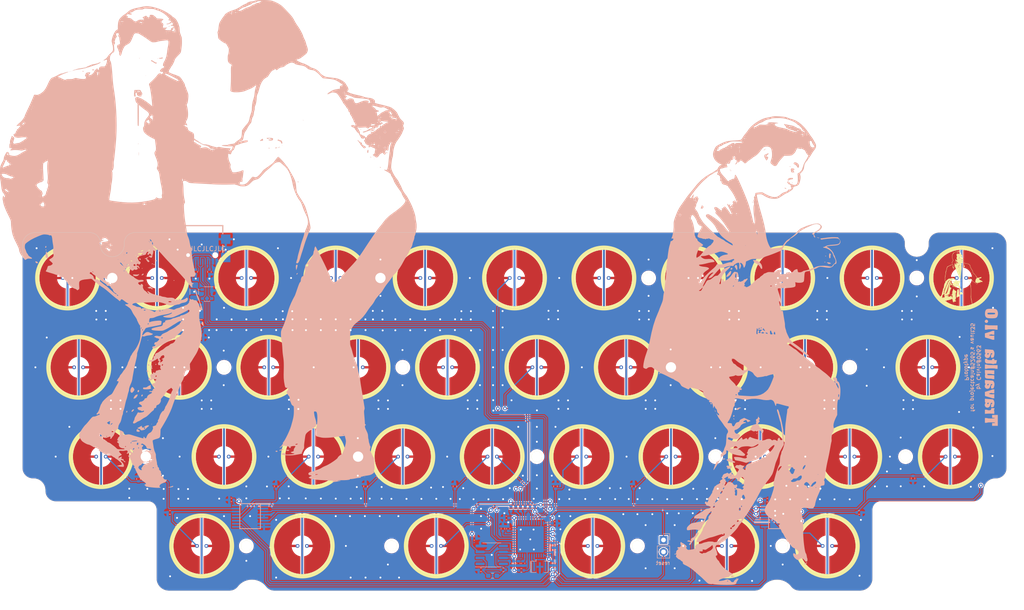
<source format=kicad_pcb>
(kicad_pcb (version 20221018) (generator pcbnew)
  (layers (0 "F.Cu" signal) (1 "In1.Cu" signal) (2 "In2.Cu" signal) (31 "B.Cu" signal) (34 "B.Paste" user) (35 "F.Paste" user) (36 "B.SilkS" user "B.Silkscreen") (37 "F.SilkS" user "F.Silkscreen") (38 "B.Mask" user) (39 "F.Mask" user) (44 "Edge.Cuts" user))
  (net 0 "")
  (net 1 "GND")
  (net 2 "D-")
  (net 3 "D+")
  (net 4 "VCC")
  (net 5 "+5V")
  (net 6 "Net-(U1-VCAP1)")
  (net 7 "NRST")
  (net 8 "APLEX_OUT_PIN_0")
  (net 9 "ROW0")
  (net 10 "ROW1")
  (net 11 "Net-(JP1-B)")
  (net 12 "VBAT")
  (net 13 "BOOT1")
  (net 14 "COL0")
  (net 15 "COL1")
  (net 16 "COL2")
  (net 17 "COL3")
  (net 18 "COL4")
  (net 19 "COL5")
  (net 20 "COL6")
  (net 21 "COL7")
  (net 22 "COL8")
  (net 23 "COL9")
  (net 24 "ROW2")
  (net 25 "ROW3")
  (net 26 "Net-(U1-PB12)")
  (net 27 "Net-(U1-PB15)")
  (net 28 "Net-(U1-PA10)")
  (net 29 "XTAL0")
  (net 30 "XTAL1")
  (net 31 "Net-(U1-PB14)")
  (net 32 "Net-(U1-PB13)")
  (net 33 "Net-(USB1-CC1)")
  (net 34 "Net-(USB1-CC2)")
  (net 39 "SWDIO")
  (net 40 "SWCLK")
  (net 41 "ADC")
  (net 43 "AMUX_SEL_2")
  (net 44 "AMUX_SEL_1")
  (net 45 "AMUX_SEL_0")
  (net 46 "BOOT0")
  (net 47 "APLEX_EN_PIN_1")
  (net 48 "APLEX_EN_PIN_0")
  (net 63 "COL10")
  (footprint "cipulot_parts:ecs_pad_1U_no_ring" (layer "F.Cu") (at 211.1375 76.2)
    (fp_text reference "SW20")
    (fp_text value "EC_SW" hide)
  )
  (footprint "cipulot_parts:HOLE_M2" (layer "F.Cu") (at 120.65 57.15)
    (fp_text reference "H2" hide)
    (fp_text value "MountingHole" hide)
  )
  (footprint "cipulot_parts:ecs_pad_1U_no_ring" (layer "F.Cu") (at 163.5125 95.25 180)
    (fp_text reference "SW27")
    (fp_text value "EC_SW" hide)
  )
  (footprint "cipulot_parts:HOLE_M2" (layer "F.Cu") (at 153.9875 95.25)
    (fp_text reference "H11" hide)
    (fp_text value "MountingHole" hide)
  )
  (footprint "cipulot_parts:ecs_pad_1U_no_ring" (layer "F.Cu") (at 115.8875 76.2)
    (fp_text reference "SW15")
    (fp_text value "EC_SW" hide)
  )
  (footprint "cipulot_parts:ecs_pad_1U_no_ring" (layer "F.Cu") (at 173.0375 76.2)
    (fp_text reference "SW18")
    (fp_text value "EC_SW" hide)
  )
  (footprint "cipulot_parts:ecs_pad_1U_no_ring" (layer "F.Cu") (at 53.975 57.15)
    (fp_text reference "SW1")
    (fp_text value "EC_SW" hide)
  )
  (footprint "cipulot_parts:ecs_pad_1U_no_ring" (layer "F.Cu") (at 206.375 57.15)
    (fp_text reference "SW9")
    (fp_text value "EC_SW" hide)
  )
  (footprint "cipulot_parts:ecs_pad_1U_no_ring" (layer "F.Cu") (at 182.5625 95.25 180)
    (fp_text reference "SW28")
    (fp_text value "EC_SW" hide)
  )
  (footprint "cipulot_parts:HOLE_M2" (layer "F.Cu") (at 63.5 57.15)
    (fp_text reference "H1" hide)
    (fp_text value "MountingHole" hide)
  )
  (footprint "cipulot_parts:ecs_pad_1U_no_ring" (layer "F.Cu") (at 111.125 57.15)
    (fp_text reference "SW4")
    (fp_text value "EC_SW" hide)
  )
  (footprint "cipulot_parts:ecs_pad_1U_no_ring" (layer "F.Cu") (at 153.9875 76.2)
    (fp_text reference "SW17")
    (fp_text value "EC_SW" hide)
  )
  (footprint "cipulot_parts:ecs_pad_1U_no_ring" (layer "F.Cu") (at 56.358 76.2)
    (fp_text reference "SW12")
    (fp_text value "EC_SW" hide)
  )
  (footprint "cipulot_parts:ecs_pad_1U_no_ring" (layer "F.Cu") (at 87.3125 95.25 180)
    (fp_text reference "SW23")
    (fp_text value "EC_SW" hide)
  )
  (footprint "cipulot_parts:ecs_pad_1U_no_ring" (layer "F.Cu") (at 132.555 114.3 180)
    (fp_text reference "SW34")
    (fp_text value "EC_SW" hide)
  )
  (footprint "cipulot_parts:ecs_pad_1U_no_ring" (layer "F.Cu") (at 61.12 95.25)
    (fp_text reference "SW22")
    (fp_text value "EC_SW" hide)
  )
  (footprint "cipulot_parts:ecs_pad_1U_no_ring" (layer "F.Cu") (at 134.9375 76.2)
    (fp_text reference "SW16")
    (fp_text value "EC_SW" hide)
  )
  (footprint "cipulot_parts:ecs_pad_1U_no_ring" (layer "F.Cu") (at 96.8375 76.2)
    (fp_text reference "SW14")
    (fp_text value "EC_SW" hide)
  )
  (footprint "cipulot_parts:HOLE_M2" (layer "F.Cu") (at 70.64375 95.25)
    (fp_text reference "H9" hide)
    (fp_text value "MountingHole" hide)
  )
  (footprint "cipulot_parts:ecs_pad_1U_no_ring" (layer "F.Cu") (at 168.275 57.15)
    (fp_text reference "SW7")
    (fp_text value "EC_SW" hide)
  )
  (footprint "cipulot_parts:HOLE_M2" (layer "F.Cu") (at 232.56875 95.25)
    (fp_text reference "H13" hide)
    (fp_text value "MountingHole" hide)
  )
  (footprint "cipulot_parts:ecs_pad_1U_no_ring" (layer "F.Cu") (at 106.3625 95.25 180)
    (fp_text reference "SW24")
    (fp_text value "EC_SW" hide)
  )
  (footprint "cipulot_parts:ecs_pad_1U_no_ring" (layer "F.Cu") (at 244.475 57.15)
    (fp_text reference "SW11")
    (fp_text value "EC_SW" hide)
  )
  (footprint "cipulot_parts:HOLE_M2" (layer "F.Cu") (at 87.3125 76.2)
    (fp_text reference "H5" hide)
    (fp_text value "MountingHole" hide)
  )
  (footprint "cipulot_parts:ecs_pad_1U_no_ring" (layer "F.Cu") (at 242.095 95.25 180)
    (fp_text reference "SW31")
    (fp_text value "EC_SW" hide)
  )
  (footprint "cipulot_parts:ecs_pad_1U_no_ring" (layer "F.Cu") (at 73.025 57.15)
    (fp_text reference "SW2")
    (fp_text value "EC_SW" hide)
  )
  (footprint "LOGO" (layer "F.Cu") (at 244.475 57.15)
    (fp_text reference "G***" hide)
    (fp_text value "LOGO" hide)
  )
  (footprint "cipulot_parts:ecs_pad_1U_no_ring" (layer "F.Cu") (at 130.175 57.15)
    (fp_text reference "SW5")
    (fp_text value "EC_SW" hide)
  )
  (footprint "cipulot_parts:ecs_pad_1U_no_ring" (layer "F.Cu") (at 187.325 57.15)
    (fp_text reference "SW8")
    (fp_text value "EC_SW" hide)
  )
  (footprint "cipulot_parts:HOLE_M2" (layer "F.Cu") (at 115.8875 95.25)
    (fp_text reference "H10" hide)
    (fp_text value "MountingHole" hide)
  )
  (footprint "cipulot_parts:ecs_pad_1U_no_ring" (layer "F.Cu") (at 77.7875 76.2)
    (fp_text reference "SW13")
    (fp_text value "EC_SW" hide)
  )
  (footprint "cipulot_parts:ecs_pad_1U_no_ring" (layer "F.Cu") (at 237.33 76.2 180)
    (fp_text reference "SW21")
    (fp_text value "EC_SW" hide)
  )
  (footprint "cipulot_parts:HOLE_M2" (layer "F.Cu") (at 220.6625 76.2)
    (fp_text reference "H8" hide)
    (fp_text value "MountingHole" hide)
  )
  (footprint "cipulot_parts:HOLE_M2" (layer "F.Cu") (at 123.03125 114.3)
    (fp_text reference "H15" hide)
    (fp_text value "MountingHole" hide)
  )
  (footprint "cipulot_parts:HOLE_M2" (layer "F.Cu") (at 177.8 57.15)
    (fp_text reference "H3" hide)
    (fp_text value "MountingHole" hide)
  )
  (footprint "cipulot_parts:ecs_pad_1U_no_ring" (layer "F.Cu") (at 194.47 114.3 180)
    (fp_text reference "SW36")
    (fp_text value "EC_SW" hide)
  )
  (footprint "cipulot_parts:ecs_pad_1U_no_ring" (layer "F.Cu") (at 165.892 114.3 180)
    (fp_text reference "SW35")
    (fp_text value "EC_SW" hide)
  )
  (footprint "cipulot_parts:HOLE_M2" (layer "F.Cu") (at 206.375 114.3)
    (fp_text reference "H17" hide)
    (fp_text value "MountingHole" hide)
  )
  (footprint "cipulot_parts:ecs_pad_1U_no_ring" (layer "F.Cu") (at 125.4125 95.25 180)
    (fp_text reference "SW25")
    (fp_text value "EC_SW" hide)
  )
  (footprint "cipulot_parts:ecs_pad_1U_no_ring" (layer "F.Cu") (at 103.98 114.3 180)
    (fp_text reference "SW33")
    (fp_text value "EC_SW" hide)
  )
  (footprint "cipulot_parts:HOLE_M2" (layer "F.Cu") (at 234.95 57.15)
    (fp_text reference "H4" hide)
    (fp_text value "MountingHole" hide)
  )
  (footprint "cipulot_parts:ecs_pad_1U_no_ring" (layer "F.Cu") (at 82.55 114.3 180)
    (fp_text reference "SW32")
    (fp_text value "EC_SW" hide)
  )
  (footprint "cipulot_parts:HOLE_M2" (layer "F.Cu") (at 125.4125 76.2)
    (fp_text reference "H6" hide)
    (fp_text value "MountingHole" hide)
  )
  (footprint "cipulot_parts:ecs_pad_1U_no_ring" (layer "F.Cu") (at 92.075 57.15)
    (fp_text reference "SW3")
    (fp_text value "EC_SW" hide)
  )
  (footprint "cipulot_parts:ecs_pad_1U_no_ring" (layer "F.Cu") (at 144.4625 95.25 180)
    (fp_text reference "SW26")
    (fp_text value "EC_SW" hide)
  )
  (footprint "cipulot_parts:HOLE_M2" (layer "F.Cu") (at 175.41875 114.3)
    (fp_text reference "H16" hide)
    (fp_text value "MountingHole" hide)
  )
  (footprint "cipulot_parts:HOLE_M2" (layer "F.Cu") (at 192.0875 95.25)
    (fp_text reference "H12" hide)
    (fp_text value "MountingHole" hide)
  )
  (footprint "cipulot_parts:ecs_pad_1U_no_ring" (layer "F.Cu") (at 149.225 57.15)
    (fp_text reference "SW6")
    (fp_text value "EC_SW" hide)
  )
  (footprint "cipulot_parts:ecs_pad_1U_no_ring" (layer "F.Cu") (at 220.6625 95.25 180)
    (fp_text reference "SW30")
    (fp_text value "EC_SW" hide)
  )
  (footprint "cipulot_parts:ecs_pad_1U_no_ring" (layer "F.Cu") (at 201.6125 95.25 180)
    (fp_text reference "SW29")
    (fp_text value "EC_SW" hide)
  )
  (footprint "cipulot_parts:ecs_pad_1U_no_ring" (layer "F.Cu") (at 215.9 114.3 180)
    (fp_text reference "SW37")
    (fp_text value "EC_SW" hide)
  )
  (footprint "cipulot_parts:ecs_pad_1U_no_ring" (layer "F.Cu") (at 225.425 57.15)
    (fp_text reference "SW10")
    (fp_text value "EC_SW" hide)
  )
  (footprint "cipulot_parts:HOLE_M2" (layer "F.Cu") (at 182.5625 76.2)
    (fp_text reference "H7" hide)
    (fp_text value "MountingHole" hide)
  )
  (footprint "cipulot_parts:HOLE_M2" (layer "F.Cu") (at 92.075 114.3)
    (fp_text reference "H14" hide)
    (fp_text value "MountingHole" hide)
  )
  (footprint "cipulot_parts:ecs_pad_1U_no_ring" (layer "F.Cu") (at 192.0875 76.2)
    (fp_text reference "SW19")
    (fp_text value "EC_SW" hide)
  )
  (footprint "Crystal:Resonator_SMD_Murata_CSTxExxV-3Pin_3.0x1.1mm" (layer "B.Cu") (at 154.616 118.745)
    (fp_text reference "Y1" hide)
    (fp_text value "8 MHz")
  )
  (footprint "Capacitor_SMD:C_0402_1005Metric" (layer "B.Cu") (at 147.504 108.331 180)
    (fp_text reference "C7" hide)
    (fp_text value "100n")
  )
  (footprint "Capacitor_SMD:C_0402_1005Metric" (layer "B.Cu") (at 203.089436 104.534305)
    (fp_text reference "C12" hide)
    (fp_text value "100n")
  )
  (footprint "Capacitor_SMD:C_0402_1005Metric" (layer "B.Cu") (at 149.031 118.02 -90)
    (fp_text reference "C15" hide)
    (fp_text value "100n")
  )
  (footprint "LOGO" (layer "B.Cu") (at 69.85 50.8 180)
    (fp_text reference "G***" hide)
    (fp_text value "LOGO" hide)
  )
  (footprint "Package_SO:SOIC-8_3.9x4.9mm_P1.27mm" (layer "B.Cu") (at 144.374097 116.215501)
    (fp_text reference "U5" hide)
    (fp_text value "OPA350")
  )
  (footprint "Resistor_SMD:R_0402_1005Metric" (layer "B.Cu") (at 146.742 110.617 -90)
    (fp_text reference "R7" hide)
    (fp_text value "10k")
  )
  (footprint "Resistor_SMD:R_0402_1005Metric" (layer "B.Cu") (at 98.425 101.6 90)
    (fp_text reference "R11" hide)
    (fp_text value "100k")
  )
  (footprint "Resistor_SMD:R_0402_1005Metric" (layer "B.Cu") (at 151.511 106.387 -90)
    (fp_text reference "R2" hide)
    (fp_text value "100")
  )
  (footprint "Capacitor_SMD:C_0402_1005Metric" (layer "B.Cu") (at 157.791 115.663994)
    (fp_text reference "C9" hide)
    (fp_text value "100n")
  )
  (footprint "Resistor_SMD:R_0402_1005Metric" (layer "B.Cu") (at 153.035 105.918)
    (fp_text reference "R4" hide)
    (fp_text value "100k")
  )
  (footprint "Package_DFN_QFN:QFN-48-1EP_7x7mm_P0.5mm_EP5.6x5.6mm" (layer "B.Cu") (at 152.654 112.903 90)
    (fp_text reference "U1" hide)
    (fp_text value "STM32F401CBUx")
  )
  (footprint "Resistor_SMD:R_0402_1005Metric" (layer "B.Cu") (at 157.95625 101.6 90)
    (fp_text reference "R12" hide)
    (fp_text value "100k")
  )
  (footprint "Resistor_SMD:R_0402_1005Metric" (layer "B.Cu") (at 69.088 100.0125 90)
    (fp_text reference "R15" hide)
    (fp_text value "100k")
  )
  (footprint "Capacitor_SMD:C_0402_1005Metric" (layer "B.Cu") (at 151.063 118.02 -90)
    (fp_text reference "C11" hide)
    (fp_text value "1u")
  )
  (footprint "Resistor_SMD:R_0402_1005Metric" (layer "B.Cu") (at 75.795148 107.15625 180)
    (fp_text reference "R13" hide)
    (fp_text value "100k")
  )
  (footprint "Capacitor_SMD:C_0402_1005Metric" (layer "B.Cu") (at 157.791 109.474)
    (fp_text reference "C8" hide)
    (fp_text value "100n")
  )
  (footprint "Resistor_SMD:R_0402_1005Metric" (layer "B.Cu") (at 174.625 101.6 90)
    (fp_text reference "R10" hide)
    (fp_text value "100k")
  )
  (footprint "cipulot_parts:TSSOP16" (layer "B.Cu") (at 205.58125 107.95 -90)
    (fp_text reference "U3")
    (fp_text value "74HC4051")
  )
  (footprint "Resistor_SMD:R_0402_1005Metric" (layer "B.Cu") (at 148.463 106.387 90)
    (fp_text reference "R1" hide)
    (fp_text value "100")
  )
  (footprint "Resistor_SMD:R_0402_1005Metric" (layer "B.Cu") (at 234.15625 99.887387 -90)
    (fp_text reference "R16" hide)
    (fp_text value "100k")
  )
  (footprint "LOGO" (layer "B.Cu") (at 250.825 76.2 90)
    (fp_text reference "G***" hide)
    (fp_text value "LOGO" hide)
  )
  (footprint "Capacitor_SMD:C_0402_1005Metric" (layer "B.Cu") (at 140.6525 112.7125 180)
    (fp_text reference "C14" hide)
    (fp_text value "220p")
  )
  (footprint "Resistor_SMD:R_0402_1005Metric" (layer "B.Cu") (at 149.479 106.387 90)
    (fp_text reference "R9" hide)
    (fp_text value "100")
  )
  (footprint "Capacitor_SMD:C_0402_1005Metric" (layer "B.Cu") (at 88.9 104.48582 180)
    (fp_text reference "C13" hide)
    (fp_text value "100n")
  )
  (footprint "Resistor_SMD:R_0402_1005Metric" (layer "B.Cu") (at 146.842687 119.390501)
    (fp_text reference "R21" hide)
    (fp_text value "100k")
  )
  (footprint "Capacitor_SMD:C_0402_1005Metric" (layer "B.Cu") (at 82.423 69.85)
    (fp_text reference "C5" hide)
    (fp_text value "1u")
  )
  (footprint "Resistor_SMD:R_0402_1005Metric" (layer "B.Cu") (at 193.675 101.6 90)
    (fp_text reference "R20" hide)
    (fp_text value "100k")
  )
  (footprint "Resistor_SMD:R_0402_1005Metric" (layer "B.Cu") (at 142.082312 119.390501 180)
    (fp_text reference "R23" hide)
    (fp_text value "1k")
  )
  (footprint "Resistor_SMD:R_0402_1005Metric" (layer "B.Cu") (at 208.548088 112.068447 -90)
    (fp_text reference "R14" hide)
    (fp_text value "100k")
  )
  (footprint "Resistor_SMD:R_0402_1005Metric" (layer "B.Cu") (at 150.679 119.507)
    (fp_text reference "R6" hide)
    (fp_text value "10k")
  )
  (footprint "Fuse:Fuse_1206_3216Metric" (layer "B.Cu") (at 80.9625 60.071 -90)
    (fp_text reference "F_USBC1" hide)
    (fp_text value "500mA")
  )
  (footprint "Package_TO_SOT_SMD:SOT-143" (layer "B.Cu") (at 83.693 60.579 180)
    (fp_text reference "D1" hide)
    (fp_text value "PRTR5V0U2X")
  )
  (footprint "Resistor_SMD:R_0402_1005Metric" (layer "B.Cu") (at 81.28 55.84625 90)
    (fp_text reference "R18" hide)
    (fp_text value "5.1k")
  )
  (footprint "Resistor_SMD:R_0402_1005Metric" (layer "B.Cu") (at 157.41 114.173 -90)
    (fp_text reference "R3" hide)
    (fp_text value "10k")
  )
  (footprint "Resistor_SMD:R_0402_1005Metric" (layer "B.Cu") (at 150.495 106.387 -90)
    (fp_text reference "R8" hide)
    (fp_text value "100")
  )
  (footprint "Resistor_SMD:R_0402_1005Metric" (layer "B.Cu") (at 222.656885 107.164145)
    (fp_text reference "R5" hide)
    (fp_text value "100k")
  )
  (footprint "Capacitor_SMD:C_0402_1005Metric" (layer "B.Cu") (at 147.885 110.617 90)
    (fp_text reference "C1" hide)
    (fp_text value "4.7u")
  )
  (footprint "Capacitor_SMD:C_0402_1005Metric" (layer "B.Cu") (at 81.407 62.865)
    (fp_text reference "C4" hide)
    (fp_text value "1u")
  )
  (footprint "cipulot_parts:TSSOP16" (layer "B.Cu") (at 92.86875 107.95 -90)
    (fp_text reference "U4")
    (fp_text value "74HC4051")
  )
  (footprint "Connector_PinHeader_2.54mm:PinHeader_1x02_P2.54mm_Vertical" (layer "B.Cu") (at 180.975 113.025 180)
    (fp_text reference "SW38" hide)
    (fp_text value "BOOT0")
  )
  (footprint "Capacitor_SMD:C_0402_1005Metric" (layer "B.Cu") (at 157.41 117.983 -90)
    (fp_text reference "C6" hide)
    (fp_text value "100n")
  )
  (footprint "Package_TO_SOT_SMD:SOT-23" (layer "B.Cu") (at 81.026 67.564 180)
    (fp_text reference "U2" hide)
    (fp_text value "XC6206PxxxMR")
  )
  (footprint "LOGO" (layer "B.Cu") (at 197.679332 72.773321 180)
    (fp_text reference "G***" hide)
    (fp_text value "LOGO" hide)
  )
  (footprint "Resistor_SMD:R_0603_1608Metric_Pad0.98x0.95mm_HandSolder" (layer "B.Cu") (at 144.54984 120.65 180)
    (fp_text reference "JP1" hide)
    (fp_text value "Ext_Res")
  )
  (footprint "cipulot_parts:TYPEC-304YSSW-ACP16" (layer "B.Cu") (at 82.55 45.98125)
    (fp_text reference "USB1" hide)
    (fp_text value "TYPEC-304YSSW-ACP16")
  )
  (footprint "Resistor_SMD:R_0402_1005Metric" (layer "B.Cu") (at 136.525 101.6 90)
    (fp_text reference "R19" hide)
    (fp_text value "100k")
  )
  (footprint "LOGO" (layer "B.Cu") (at 98.425 49.2125 180)
    (fp_text reference "G***" hide)
    (fp_text value "LOGO" hide)
  )
  (footprint "Resistor_SMD:R_0402_1005Metric" (layer "B.Cu") (at 84.201 55.84625 -90)
    (fp_text reference "R24" hide)
    (fp_text value "5.1k")
  )
  (footprint "Capacitor_SMD:C_0402_1005Metric" (layer "B.Cu") (at 150.047 118.02 -90)
    (fp_text reference "C10" hide)
    (fp_text value "100n")
  )
  (footprint "Resistor_SMD:R_0402_1005Metric" (layer "B.Cu") (at 117.475 101.6 90)
    (fp_text reference "R17" hide)
    (fp_text value "100k")
  )
  (gr_arc locked (start 237.500001 49.675) (mid 238.144372 48.119371) (end 239.7 47.475001) (stroke (width 0.05)) (layer "Edge.Cuts"))
  (gr_line locked (start 85.470568 47.474999) (end 79.640568 47.474999) (stroke (width 0.05)) (layer "Edge.Cuts"))
  (gr_arc locked (start 90.257292 122.969097) (mid 93.265625 121.49072) (end 96.273958 122.969097) (stroke (width 0.05)) (layer "Edge.Cuts"))
  (gr_line locked (start 72.95 106.575) (end 72.95 121.224999) (stroke (width 0.05)) (layer "Edge.Cuts"))
  (gr_line locked (start 98.015625 123.825) (end 200.434375 123.825) (stroke (width 0.05)) (layer "Edge.Cuts"))
  (gr_line locked (start 251.474999 47.474999) (end 239.7 47.475001) (stroke (width 0.05)) (layer "Edge.Cuts"))
  (gr_line locked (start 46.575 99.884) (end 46.716 99.884) (stroke (width 0.05)) (layer "Edge.Cuts"))
  (gr_arc locked (start 66.05 49.675) (mid 66.694371 48.119372) (end 68.249999 47.474999) (stroke (width 0.05)) (layer "Edge.Cuts"))
  (gr_line locked (start 209.934375 123.825) (end 222.9 123.825) (stroke (width 0.05)) (layer "Edge.Cuts"))
  (gr_arc locked (start 202.176041 122.969097) (mid 205.184375 121.490719) (end 208.192708 122.969097) (stroke (width 0.05)) (layer "Edge.Cuts"))
  (gr_arc locked (start 230.200001 47.474999) (mid 231.755646 48.119357) (end 232.4 49.675) (stroke (width 0.05)) (layer "Edge.Cuts"))
  (gr_arc locked (start 66.05 50.075) (mid 63.499999 52.624976) (end 60.949999 50.074999) (stroke (width 0.05)) (layer "Edge.Cuts"))
  (gr_line locked (start 225.5 121.224999) (end 225.5 106.575) (stroke (width 0.05)) (layer "Edge.Cuts"))
  (gr_line locked (start 249.184374 102.574999) (end 249.184374 102.433999) (stroke (width 0.05)) (layer "Edge.Cuts"))
  (gr_line locked (start 58.75 47.475001) (end 46.975 47.474999) (stroke (width 0.05)) (layer "Edge.Cuts"))
  (gr_arc locked (start 249.184374 102.574999) (mid 248.54 104.130605) (end 246.984375 104.774998) (stroke (width 0.05)) (layer "Edge.Cuts"))
  (gr_arc locked (start 71.150001 104.774999) (mid 72.422802 105.302199) (end 72.95 106.575) (stroke (width 0.05)) (layer "Edge.Cuts"))
  (gr_line locked (start 232.4 50.075) (end 232.4 49.675) (stroke (width 0.05)) (layer "Edge.Cuts"))
  (gr_arc locked (start 202.176041 122.969097) (mid 201.404683 123.599469) (end 200.434375 123.825) (stroke (width 0.05)) (layer "Edge.Cuts"))
  (gr_line locked (start 254.075 97.684) (end 254.075 50.075) (stroke (width 0.05)) (layer "Edge.Cuts"))
  (gr_line locked (start 60.949999 50.074999) (end 60.949999 49.675) (stroke (width 0.05)) (layer "Edge.Cuts"))
  (gr_line locked (start 227.299999 104.774999) (end 246.984375 104.774998) (stroke (width 0.05)) (layer "Edge.Cuts"))
  (gr_line locked (start 230.200001 47.474999) (end 85.470568 47.474999) (stroke (width 0.05)) (layer "Edge.Cuts"))
  (gr_arc locked (start 225.5 106.575) (mid 226.027214 105.302214) (end 227.299999 104.774999) (stroke (width 0.05)) (layer "Edge.Cuts"))
  (gr_arc locked (start 225.5 121.224999) (mid 224.738484 123.063483) (end 222.9 123.825) (stroke (width 0.05)) (layer "Edge.Cuts"))
  (gr_arc locked (start 90.257292 122.969097) (mid 89.485929 123.599459) (end 88.515625 123.825) (stroke (width 0.05)) (layer "Edge.Cuts"))
  (gr_arc locked (start 46.716 99.884) (mid 48.519131 100.630869) (end 49.266 102.433999) (stroke (width 0.05)) (layer "Edge.Cuts"))
  (gr_line locked (start 79.640568 47.474999) (end 68.249999 47.474999) (stroke (width 0.05)) (layer "Edge.Cuts"))
  (gr_arc locked (start 251.474999 47.474999) (mid 253.313488 48.236514) (end 254.075 50.075) (stroke (width 0.05)) (layer "Edge.Cuts"))
  (gr_line locked (start 75.55 123.825) (end 88.515625 123.825) (stroke (width 0.05)) (layer "Edge.Cuts"))
  (gr_arc locked (start 44.375 50.075) (mid 45.136508 48.236507) (end 46.975 47.474999) (stroke (width 0.05)) (layer "Edge.Cuts"))
  (gr_arc locked (start 237.500001 50.074999) (mid 234.950005 52.624958) (end 232.4 50.075) (stroke (width 0.05)) (layer "Edge.Cuts"))
  (gr_line locked (start 44.375 50.075) (end 44.375 97.684) (stroke (width 0.05)) (layer "Edge.Cuts"))
  (gr_arc locked (start 209.934375 123.825) (mid 208.964047 123.599508) (end 208.192708 122.969097) (stroke (width 0.05)) (layer "Edge.Cuts"))
  (gr_arc locked (start 75.55 123.825) (mid 73.711531 123.063469) (end 72.95 121.224999) (stroke (width 0.05)) (layer "Edge.Cuts"))
  (gr_arc locked (start 254.075 97.684) (mid 253.430641 99.23964) (end 251.875 99.884) (stroke (width 0.05)) (layer "Edge.Cuts"))
  (gr_arc locked (start 98.015625 123.825) (mid 97.045319 123.599465) (end 96.273958 122.969097) (stroke (width 0.05)) (layer "Edge.Cuts"))
  (gr_line locked (start 251.734375 99.884) (end 251.875 99.884) (stroke (width 0.05)) (layer "Edge.Cuts"))
  (gr_arc locked (start 51.466 104.774999) (mid 49.910375 104.130625) (end 49.266 102.575) (stroke (width 0.05)) (layer "Edge.Cuts"))
  (gr_line locked (start 66.05 49.675) (end 66.05 50.075) (stroke (width 0.05)) (layer "Edge.Cuts"))
  (gr_arc locked (start 58.75 47.475001) (mid 60.305643 48.119357) (end 60.949999 49.675) (stroke (width 0.05)) (layer "Edge.Cuts"))
  (gr_line locked (start 237.500001 49.675) (end 237.500001 50.074999) (stroke (width 0.05)) (layer "Edge.Cuts"))
  (gr_line locked (start 49.266 102.433999) (end 49.266 102.575) (stroke (width 0.05)) (layer "Edge.Cuts"))
  (gr_arc locked (start 46.575 99.884) (mid 45.019374 99.239626) (end 44.375 97.684) (stroke (width 0.05)) (layer "Edge.Cuts"))
  (gr_line locked (start 51.466 104.774999) (end 71.150001 104.774999) (stroke (width 0.05)) (layer "Edge.Cuts"))
  (gr_arc locked (start 249.184374 102.433999) (mid 249.931233 100.630857) (end 251.734375 99.884) (stroke (width 0.05)) (layer "Edge.Cuts"))
  (gr_text "JLCJLCJLCJLC" (at 82.55 50.927) (layer "B.SilkS") (effects (font (size 1 1))))
  (gr_text "by Calvin#0563\nfor projectcain#5265's vault35\nPrototype" (at 246.85625 76.2 270) (layer "B.SilkS") (effects (font (size 0.8 0.8)) (justify mirror)))
  (gr_text "reset" (at 182.458831 118.400533) (layer "B.SilkS") (effects (font (size 0.8 0.8)) (justify left bottom mirror)))
  (segment (start 84.188822 57.277) (end 84.198075 57.286253) (width 0.25) (layer "F.Cu") (net 1))
  (segment (start 81.28 57.277) (end 84.188822 57.277) (width 0.25) (layer "F.Cu") (net 1))
  (via (at 74.295 91.313) (size 0.8) (drill 0.4) (layers "F.Cu" "B.Cu") (net 1))
  (via (at 114.3 68.278054) (size 0.8) (drill 0.4) (layers "F.Cu" "B.Cu") (net 1))
  (via (at 135.597207 104.261223) (size 0.8) (drill 0.4) (layers "F.Cu" "B.Cu") (net 1))
  (via (at 74.45745 102.146851) (size 0.8) (drill 0.4) (layers "F.Cu" "B.Cu") (net 1))
  (via (at 151.003 99.314) (size 0.8) (drill 0.4) (layers "F.Cu" "B.Cu") (net 1))
  (via (at 111.125 107.95) (size 0.8) (drill 0.4) (layers "F.Cu" "B.Cu") (net 1))
  (via (at 96.46371 101.616045) (size 0.8) (drill 0.4) (layers "F.Cu" "B.Cu") (net 1))
  (via (at 153.9875 92.075) (size 0.8) (drill 0.4) (layers "F.Cu" "B.Cu") (net 1))
  (via (at 177.165 109.855) (size 0.8) (drill 0.4) (layers "F.Cu" "B.Cu") (net 1))
  (via (at 81.28 57.277) (size 0.8) (drill 0.4) (layers "F.Cu" "B.Cu") (net 1))
  (via (at 79.634279 102.166606) (size 0.8) (drill 0.4) (layers "F.Cu" "B.Cu") (net 1))
  (via (at 153.988003 102.068356) (size 0.8) (drill 0.4) (layers "F.Cu" "B.Cu") (net 1))
  (via (at 82.55 49.999) (size 0.8) (drill 0.4) (layers "F.Cu" "B.Cu") (net 1))
  (via (at 177.176938 83.255788) (size 0.8) (drill 0.4) (layers "F.Cu" "B.Cu") (net 1))
  (via (at 183.35625 119.0625) (size 0.8) (drill 0.4) (layers "F.Cu" "B.Cu") (net 1))
  (via (at 87.249 80.01) (size 0.8) (drill 0.4) (layers "F.Cu" "B.Cu") (net 1))
  (via (at 117.475 68.2625) (size 0.8) (drill 0.4) (layers "F.Cu" "B.Cu") (net 1))
  (via (at 47.117 76.2) (size 0.8) (drill 0.4) (layers "F.Cu" "B.Cu") (net 1))
  (via (at 131.445 101.854) (size 0.8) (drill 0.4) (layers "F.Cu" "B.Cu") (net 1))
  (via (at 207.9625 104.366597) (size 0.8) (drill 0.4) (layers "F.Cu" "B.Cu") (net 1))
  (via (at 103.1875 83.125992) (size 0.8) (drill 0.4) (layers "F.Cu" "B.Cu") (net 1))
  (via (at 226.028066 101.6) (size 0.8) (drill 0.4) (layers "F.Cu" "B.Cu") (net 1))
  (via (at 119.027099 64.169317) (size 0.8) (drill 0.4) (layers "F.Cu" "B.Cu") (net 1))
  (via (at 77.43 51.094) (size 0.8) (drill 0.4) (layers "F.Cu" "B.Cu") (net 1))
  (via (at 178.59375 104.324688) (size 0.8) (drill 0.4) (layers "F.Cu" "B.Cu") (net 1))
  (via (at 175.451935 104.317849) (size 0.8) (drill 0.4) (layers "F.Cu" "B.Cu") (net 1))
  (via (at 231.534211 101.576668) (size 0.8) (drill 0.4) (layers "F.Cu" "B.Cu") (net 1))
  (via (at 84.198075 57.286253) (size 0.8) (drill 0.4) (layers "F.Cu" "B.Cu") (net 1))
  (via (at 107.95 68.278054) (size 0.8) (drill 0.4) (layers "F.Cu" "B.Cu") (net 1))
  (via (at 137.577839 104.298443) (size 0.8) (drill 0.4) (layers "F.Cu" "B.Cu") (net 1))
  (via (at 182.499 80.01) (size 0.8) (drill 0.4) (layers "F.Cu" "B.Cu") (net 1))
  (via (at 92.075 117.475) (size 0.8) (drill 0.4) (layers "F.Cu" "B.Cu") (net 1))
  (via (at 117.445381 65.971118) (size 0.8) (drill 0.4) (layers "F.Cu" "B.Cu") (net 1))
  (via (at 117.475491 121.047612) (size 0.8) (drill 0.4) (layers "F.Cu" "B.Cu") (net 1))
  (via (at 65.244068 83.266471) (size 0.8) (drill 0.4) (layers "F.Cu" "B.Cu") (net 1))
  (via (at 113.284 114.3) (size 0.8) (drill 0.4) (layers "F.Cu" "B.Cu") (net 1))
  (via (at 171.831 101.981) (size 0.8) (drill 0.4) (layers "F.Cu" "B.Cu") (net 1))
  (via (at 120.215418 83.268437) (size 0.8) (drill 0.4) (layers "F.Cu" "B.Cu") (net 1))
  (via (at 156.464799 64.146969) (size 0.8) (drill 0.4) (layers "F.Cu" "B.Cu") (net 1))
  (via (at 144.653 76.2) (size 0.8) (drill 0.4) (layers "F.Cu" "B.Cu") (net 1))
  (via (at 233.867827 64.186346) (size 0.8) (drill 0.4) (layers "F.Cu" "B.Cu") (net 1))
  (via (at 158.602637 85.060062) (size 0.8) (drill 0.4) (layers "F.Cu" "B.Cu") (net 1))
  (via (at 144.68858 83.212362) (size 0.8) (drill 0.4) (layers "F.Cu" "B.Cu") (net 1))
  (via (at 88.926415 65.964205) (size 0.8) (drill 0.4) (layers "F.Cu" "B.Cu") (net 1))
  (via (at 142.113 110.617) (size 0.8) (drill 0.4) (layers "F.Cu" "B.Cu") (net 1))
  (via (at 213.75872 65.997413) (size 0.8) (drill 0.4) (layers "F.Cu" "B.Cu") (net 1))
  (via (at 194.539821 104.317849) (size 0.8) (drill 0.4) (layers "F.Cu" "B.Cu") (net 1))
  (via (at 175.816362 65.997905) (size 0.8) (drill 0.4) (layers "F.Cu" "B.Cu") (net 1))
  (via (at 214.425221 102.091428) (size 0.8) (drill 0.4) (layers "F.Cu" "B.Cu") (net 1))
  (via (at 101.1555 83.125992) (size 0.8) (drill 0.4) (layers "F.Cu" "B.Cu") (net 1))
  (via (at 75.819 120.777) (size 0.8) (drill 0.4) (layers "F.Cu" "B.Cu") (net 1))
  (via (at 215.272292 83.233441) (size 0.8) (drill 0.4) (layers "F.Cu" "B.Cu") (net 1))
  (via (at 173.101 95.25) (size 0.8) (drill 0.4) (layers "F.Cu" "B.Cu") (net 1))
  (via (at 141.859 80.01) (size 0.8) (drill 0.4) (layers "F.Cu" "B.Cu") (net 1))
  (via (at 121.059099 64.169317) (size 0.8) (drill 0.4) (layers "F.Cu" "B.Cu") (net 1))
  (via (at 152.584 112.903) (size 0.8) (drill 0.4) (layers "F.Cu" "B.Cu") (net 1))
  (via (at 144.374097 116.215501) (size 0.8) (drill 0.4) (layers "F.Cu" "B.Cu") (net 1))
  (via (at 158.75307 104.320989) (size 0.8) (drill 0.4) (layers "F.Cu" "B.Cu") (net 1))
  (via (at 137.901311 64.231533) (size 0.8) (drill 0.4) (layers "F.Cu" "B.Cu") (net 1))
  (via (at 47.371 50.8) (size 0.8) (drill 0.4) (layers "F.Cu" "B.Cu") (net 1))
  (via (at 121.095883 65.974574) (size 0.8) (drill 0.4) (layers "F.Cu" "B.Cu") (net 1))
  (via (at 192.539949 102.088341) (size 0.8) (drill 0.4) (layers "F.Cu" "B.Cu") (net 1))
  (via (at 82.558981 83.268437) (size 0.8) (drill 0.4) (layers "F.Cu" "B.Cu") (net 1))
  (via (at 234.95 61.087) (size 0.8) (drill 0.4) (layers "F.Cu" "B.Cu") (net 1))
  (via (at 60.075298 64.17623) (size 0.8) (drill 0.4) (layers "F.Cu" "B.Cu") (net 1))
  (via (at 160.918079 102.299291) (size 0.8) (drill 0.4) (layers "F.Cu" "B.Cu") (net 1))
  (via (at 177.839421 64.193631) (size 0.8) (drill 0.4) (layers "F.Cu" "B.Cu") (net 1))
  (via (at 139.7 57.15) (size 0.8) (drill 0.4) (layers "F.Cu" "B.Cu") (net 1))
  (via (at 99.867728 65.952852) (size 0.8) (drill 0.4) (layers "F.Cu" "B.Cu") (net 1))
  (via (at 88.9 68.2625) (size 0.8) (drill 0.4) (layers "F.Cu" "B.Cu") (net 1))
  (via (at 215.781779 64.193139) (size 0.8) (drill 0.4) (layers "F.Cu" "B.Cu") (net 1))
  (via (at 154.003054 85.382318) (size 0.8) (drill 0.4) (layers "F.Cu" "B.Cu") (net 1))
  (via (at 190.232918 104.29345) (size 0.8) (drill 0.4) (layers "F.Cu" "B.Cu") (net 1))
  (via (at 122.2375 118.26875) (size 0.8) (drill 0.4) (layers "F.Cu" "B.Cu") (net 1))
  (via (at 120.650491 121.047612) (size 0.8) (drill 0.4) (layers "F.Cu" "B.Cu") (net 1))
  (via (at 158.75 57.15) (size 0.8) (drill 0.4) (layers "F.Cu" "B.Cu") (net 1))
  (via (at 139.262558 85.04938) (size 0.8) (drill 0.4) (layers "F.Cu" "B.Cu") (net 1))
  (via (at 99.815881 64.231533) (size 0.8) (drill 0.4) (layers "F.Cu" "B.Cu") (net 1))
  (via (at 111.125 65.960003) (size 0.8) (drill 0.4) (layers "F.Cu" "B.Cu") (net 1))
  (via (at 141.294558 85.04938) (size 0.8) (drill 0.4) (layers "F.Cu" "B.Cu") (net 1))
  (via (at 142.08125 106.3625) (size 0.8) (drill 0.4) (layers "F.Cu" "B.Cu") (net 1))
  (via (at 142.08125 107.95) (size 0.8) (drill 0.4) (layers "F.Cu" "B.Cu") (net 1))
  (via (at 197.035308 64.193631) (size 0.8) (drill 0.4) (layers "F.Cu" "B.Cu") (net 1))
  (via (at 122.986934 104.249644) (size 0.8) (drill 0.4) (layers "F.Cu" "B.Cu") (net 1))
  (via (at 63.212068 83.266471) (size 0.8) (drill 0.4) (layers "F.Cu" "B.Cu") (net 1))
  (via (at 215.9 57.15) (size 0.8) (drill 0.4) (layers "F.Cu" "B.Cu") (net 1))
  (via (at 187.325 102.108) (size 0.8) (drill 0.4) (layers "F.Cu" "B.Cu") (net 1))
  (via (at 197.044249 65.997905) (size 0.8) (drill 0.4) (layers "F.Cu" "B.Cu") (net 1))
  (via (at 117.331079 107.95) (size 0.8) (drill 0.4) (layers "F.Cu" "B.Cu") (net 1))
  (via (at 114.272348 65.964205) (size 0.8) (drill 0.4) (layers "F.Cu" "B.Cu") (net 1))
  (via (at 196.85 57.15) (size 0.8) (drill 0.4) (layers "F.Cu" "B.Cu") (net 1))
  (via (at 106.426 76.2) (size 0.8) (drill 0.4) (layers "F.Cu" "B.Cu") (net 1))
  (via (at 98.422526 65.950379) (size 0.8) (drill 0.4) (layers "F.Cu" "B.Cu") (net 1))
  (via (at 123.825 65.951243) (size 0.8) (drill 0.4) (layers "F.Cu" "B.Cu") (net 1))
  (via (at 92.86875 107.95) (size 0.8) (drill 0.4) (layers "F.Cu" "B.Cu") (net 1))
  (via (at 86.28888 104.214561) (size 0.8) (drill 0.4) (layers "F.Cu" "B.Cu") (net 1))
  (via (at 65.253009 85.070745) (size 0.8) (drill 0.4) (layers "F.Cu" "B.Cu") (net 1))
  (via (at 231.512224 97.872127) (size 0.8) (drill 0.4) (layers "F.Cu" "B.Cu") (net 1))
  (via (at 120.506079 107.95) (size 0.8) (drill 0.4) (layers "F.Cu" "B.Cu") (net 1))
  (via (at 144.716101 85.427602) (size 0.8) (drill 0.4) (layers "F.Cu" "B.Cu") (net 1))
  (via (at 143.66875 104.344178) (size 0.8) (drill 0.4) (layers "F.Cu" "B.Cu") (net 1))
  (via (at 92.075 104.154757) (size 0.8) (drill 0.4) (layers "F.Cu" "B.Cu") (net 1))
  (via (at 206.505152 107.452269) (size 0.8) (drill 0.4) (layers "F.Cu" "B.Cu") (net 1))
  (via (at 159.004 110.744) (size 0.8) (drill 0.4) (layers "F.Cu" "B.Cu") (net 1))
  (via (at 209.55 101.508785) (size 0.8) (drill 0.4) (layers "F.Cu" "B.Cu") (net 1))
  (via (at 138.303 101.981) (size 0.8) (drill 0.4) (layers "F.Cu" "B.Cu") (net 1))
  (via (at 120.904 101.727) (size 0.8) (drill 0.4) (layers "F.Cu" "B.Cu") (net 1))
  (via (at 78.607665 65.964205) (size 0.8) (drill 0.4) (layers "F.Cu" "B.Cu") (net 1))
  (via (at 144.653 72.517) (size 0.8) (drill 0.4) (layers "F.Cu" "B.Cu") (net 1))
  (via (at 125.349 80.01) (size 0.8) (drill 0.4) (layers "F.Cu" "B.Cu") (net 1))
  (via (at 77.600359 104.245177) (size 0.8) (drill 0.4) (layers "F.Cu" "B.Cu") (net 1))
  (via (at 233.876768 65.99062) (size 0.8) (drill 0.4) (layers "F.Cu" "B.Cu") (net 1))
  (via (at 177.8 53.213) (size 0.8) (drill 0.4) (layers "F.Cu" "B.Cu") (net 1))
  (via (at 82.189797 64.153271) (size 0.8) (drill 0.4) (layers "F.Cu" "B.Cu") (net 1))
  (via (at 188.111837 104.311833) (size 0.8) (drill 0.4) (layers "F.Cu" "B.Cu") (net 1))
  (via (at 251.079 50.8) (size 0.8) (drill 0.4) (layers "F.Cu" "B.Cu") (net 1))
  (via (at 85.751415 65.964205) (size 0.8) (drill 0.4) (layers "F.Cu" "B.Cu") (net 1))
  (via (at 199.852839 121.754293) (size 0.8) (drill 0.4) (layers "F.Cu" "B.Cu") (net 1))
  (via (at 127 68.309162) (size 0.8) (drill 0.4) (layers "F.Cu" "B.Cu") (net 1))
  (via (at 92.075 68.2625) (size 0.8) (drill 0.4) (layers "F.Cu" "B.Cu") (net 1))
  (via (at 234.14664 85.107708) (size 0.8) (drill 0.4) (layers "F.Cu" "B.Cu") (net 1))
  (via (at 101.092 101.6) (size 0.8) (drill 0.4) (layers "F.Cu" "B.Cu") (net 1))
  (via (at 173.573173 104.29345) (size 0.8) (drill 0.4) (layers "F.Cu" "B.Cu") (net 1))
  (via (at 134.874 95.25) (size 0.8) (drill 0.4) (layers "F.Cu" "B.Cu") (net 1))
  (via (at 67.120529 102.090937) (size 0.8) (drill 0.4) (layers "F.Cu" "B.Cu") (net 1))
  (via (at 111.125 104.214561) (size 0.8) (drill 0.4) (layers "F.Cu" "B.Cu") (net 1))
  (via (at 196.338366 83.219809) (size 0.8) (drill 0.4) (layers "F.Cu" "B.Cu") (net 1))
  (via (at 77.300138 108.312928) (size 0.8) (drill 0.4) (layers "F.Cu" "B.Cu") (net 1))
  (via (at 133.985 101.727) (size 0.8) (drill 0.4) (layers "F.Cu" "B.Cu") (net 1))
  (via (at 92.075 65.964205) (size 0.8) (drill 0.4) (layers "F.Cu" "B.Cu") (net 1))
  (via (at 51.435 95.25) (size 0.8) (drill 0.4) (layers "F.Cu" "B.Cu") (net 1))
  (via (at 96.774 95.25) (size 0.8) (drill 0.4) (layers "F.Cu" "B.Cu") (net 1))
  (via (at 251.206 63.5) (size 0.8) (drill 0.4) (layers "F.Cu" "B.Cu") (net 1))
  (via (at 140.49375 104.333809) (size 0.8) (drill 0.4) (layers "F.Cu" "B.Cu") (net 1))
  (via (at 80.9625 60.071) (size 0.8) (drill 0.4) (layers "F.Cu" "B.Cu") (net 1))
  (via (at 222.758 120.65) (size 0.8) (drill 0.4) (layers "F.Cu" "B.Cu") (net 1))
  (via (at 231.844768 65.99062) (size 0.8) (drill 0.4) (layers "F.Cu" "B.Cu") (net 1))
  (via (at 124.474829 107.95) (size 0.8) (drill 0.4) (layers "F.Cu" "B.Cu") (net 1))
  (via (at 244.094 69.723) (size 0.8) (drill 0.4) (layers "F.Cu" "B.Cu") (net 1))
  (via (at 158.496799 64.146969) (size 0.8) (drill 0.4) (layers "F.Cu" "B.Cu") (net 1))
  (via (at 184.221378 107.34339) (size 0.8) (drill 0.4) (layers "F.Cu" "B.Cu") (net 1))
  (via (at 172.415783 107.530039) (size 0.8) (drill 0.4) (layers "F.Cu" "B.Cu") (net 1))
  (via (at 130.175 68.309162) (size 0.8) (drill 0.4) (layers "F.Cu" "B.Cu") (net 1))
  (via (at 160.911418 104.28102) (size 0.8) (drill 0.4) (layers "F.Cu" "B.Cu") (net 1))
  (via (at 217.417014 104.354056) (size 0.8) (drill 0.4) (layers "F.Cu" "B.Cu") (net 1))
  (via (at 164.30625 104.289692) (size 0.8) (drill 0.4) (layers "F.Cu" "B.Cu") (net 1))
  (via (at 187.216121 107.327344) (size 0.8) (drill 0.4) (layers "F.Cu" "B.Cu") (net 1))
  (via (at 179.217879 85.060062) (size 0.8) (drill 0.4) (layers "F.Cu" "B.Cu") (net 1))
  (via (at 98.425 68.2625) (size 0.8) (drill 0.4) (layers "F.Cu" "B.Cu") (net 1))
  (via (at 95.25 68.2625) (size 0.8) (drill 0.4) (layers "F.Cu" "B.Cu") (net 1))
  (via (at 49.53 69.85) (size 0.8) (drill 0.4) (layers "F.Cu" "B.Cu") (net 1))
  (via (at 60.116776 66.008155) (size 0.8) (drill 0.4) (layers "F.Cu" "B.Cu") (net 1))
  (via (at 98.425491 121.047612) (size 0.8) (drill 0.4) (layers "F.Cu" "B.Cu") (net 1))
  (via (at 101.847881 64.231533) (size 0.8) (drill 0.4) (layers "F.Cu" "B.Cu") (net 1))
  (via (at 104.728337 104.167899) (size 0.8) (drill 0.4) (layers "F.Cu" "B.Cu") (net 1))
  (via (at 87.249 72.644) (size 0.8) (drill 0.4) (layers "F.Cu" "B.Cu") (net 1))
  (via (at 127 65.951243) (size 0.8) (drill 0.4) (layers "F.Cu" "B.Cu") (net 1))
  (via (at 75.692 48.895) (size 0.8) (drill 0.4) (layers "F.Cu" "B.Cu") (net 1))
  (via (at 177.848362 65.997905) (size 0.8) (drill 0.4) (layers "F.Cu" "B.Cu") (net 1))
  (via (at 116.496665 104.176446) (size 0.8) (drill 0.4) (layers "F.Cu" "B.Cu") (net 1))
  (via (at 133.383834 65.953835) (size 0.8) (drill 0.4) (layers "F.Cu" "B.Cu") (net 1))
  (via (at 139.933311 64.231533) (size 0.8) (drill 0.4) (layers "F.Cu" "B.Cu") (net 1))
  (via (at 236.5375 101.6) (size 0.8) (drill 0.4) (layers "F.Cu" "B.Cu") (net 1))
  (via (at 111.125 68.278054) (size 0.8) (drill 0.4) (layers "F.Cu" "B.Cu") (net 1))
  (via (at 87.3125 107.95) (size 0.8) (drill 0.4) (layers "F.Cu" "B.Cu") (net 1))
  (via (at 85.725 68.2625) (size 0.8) (drill 0.4) (layers "F.Cu" "B.Cu") (net 1))
  (via (at 175.807421 64.193631) (size 0.8) (drill 0.4) (layers "F.Cu" "B.Cu") (net 1))
  (via (at 123.825 68.309162) (size 0.8) (drill 0.4) (layers "F.Cu" "B.Cu") (net 1))
  (via (at 136.525 68.2625) (size 0.8) (drill 0.4) (layers "F.Cu" "B.Cu") (net 1))
  (via (at 192.561494 104.301005) (size 0.8) (drill 0.4) (layers "F.Cu" "B.Cu") (net 1))
  (via (at 175.41875 107.530039) (size 0.8) (drill 0.4) (layers "F.Cu" "B.Cu") (net 1))
  (via (at 234.95 53.34) (size 0.8) (drill 0.4) (layers "F.Cu" "B.Cu") (net 1))
  (via (at 181.76875 104.324688) (size 0.8) (drill 0.4) (layers "F.Cu" "B.Cu") (net 1))
  (via (at 118.375427 104.200845) (size 0.8) (drill 0.4) (layers "F.Cu" "B.Cu") (net 1))
  (via (at 95.25 65.964205) (size 0.8) (drill 0.4) (layers "F.Cu" "B.Cu") (net 1))
  (via (at 103.148167 85.096043) (size 0.8) (drill 0.4) (layers "F.Cu" "B.Cu") (net 1))
  (via (at 153.9875 88.9) (size 0.8) (drill 0.4) (layers "F.Cu" "B.Cu") (net 1))
  (via (at 182.499 72.39) (size 0.8) (drill 0.4) (layers "F.Cu" "B.Cu") (net 1))
  (via (at 234.154774 83.203271) (size 0.8) (drill 0.4) (layers "F.Cu" "B.Cu") (net 1))
  (via (at 82.567922 85.072711) (size 0.8) (drill 0.4) (layers "F.Cu" "B.Cu") (net 1))
  (via (at 101.899728 65.952852) (size 0.8) (drill 0.4) (layers "F.Cu" "B.Cu") (net 1))
  (via (at 107.95 104.19123) (size 0.8) (drill 0.4) (layers "F.Cu" "B.Cu") (net 1))
  (via (at 133.35 68.309162) (size 0.8) (drill 0.4) (layers "F.Cu" "B.Cu") (net 1))
  (via (at 161.13125 107.95) (size 0.8) (drill 0.4) (layers "F.Cu" "B.Cu") (net 1))
  (via (at 232.11464 85.107708) (size 0.8) (drill 0.4) (layers "F.Cu" "B.Cu") (net 1))
  (via (at 178.59375 107.530039) (size 0.8) (drill 0.4) (layers "F.Cu" "B.Cu") (net 1))
  (via (at 141.285617 83.245106) (size 0.8) (drill 0.4) (layers "F.Cu" "B.Cu") (net 1))
  (via (at 101.12102 104.154757) (size 0.8) (drill 0.4) (layers "F.Cu" "B.Cu") (net 1))
  (via (at 175.895 101.981) (size 0.8) (drill 0.4) (layers "F.Cu" "B.Cu") (net 1))
  (via (at 119.063883 65.974574) (size 0.8) (drill 0.4) (layers "F.Cu" "B.Cu") (net 1))
  (via (at 207.16875 101.473) (size 0.8) (drill 0.4) (layers "F.Cu" "B.Cu") (net 1))
  (via (at 198.361068 85.095059) (size 0.8) (drill 0.4) (layers "F.Cu" "B.Cu") (net 1))
  (via (at 150.01875 88.9) (size 0.8) (drill 0.4) (layers "F.Cu" "B.Cu") (net 1))
  (via (at 115.824 99.314) (size 0.8) (drill 0.4) (layers "F.Cu" "B.Cu") (net 1))
  (via (at 247.015 89.027) (size 0.8) (drill 0.4) (layers "F.Cu" "B.Cu") (net 1))
  (via (at 137.872571 65.974082) (size 0.8) (drill 0.4) (layers "F.Cu" "B.Cu") (net 1))
  (via (at 84.599922 85.072711) (size 0.8) (drill 0.4) (layers "F.Cu" "B.Cu") (net 1))
  (via (at 141.859 72.517) (size 0.8) (drill 0.4) (layers "F.Cu" "B.Cu") (net 1))
  (via (at 156.47374 65.951243) (size 0.8) (drill 0.4) (layers "F.Cu" "B.Cu") (net 1))
  (via (at 217.304292 83.233441) (size 0.8) (drill 0.4) (layers "F.Cu" "B.Cu") (net 1))
  (via (at 132.55625 104.249644) (size 0.8) (drill 0.4) (layers "F.Cu" "B.Cu") (net 1))
  (via (at 160.634637 85.060062) (size 0.8) (drill 0.4) (layers "F.Cu" "B.Cu") (net 1))
  (via (at 68.453 76.2) (size 0.8) (drill 0.4) (layers "F.Cu" "B.Cu") (net 1))
  (via (at 201.676 76.2) (size 0.8) (drill 0.4) (layers "F.Cu" "B.Cu") (net 1))
  (via (at 146.681488 64.206158) (size 0.8) (drill 0.4) (layers "F.Cu" "B.Cu") (net 1))
  (via (at 192.024 91.313) (size 0.8) (drill 0.4) (layers "F.Cu" "B.Cu") (net 1))
  (via (at 231.835827 64.186346) (size 0.8) (drill 0.4) (layers "F.Cu" "B.Cu") (net 1))
  (via (at 120.65 53.213) (size 0.8) (drill 0.4) (layers "F.Cu" "B.Cu") (net 1))
  (via (at 77.851 95.25) (size 0.8) (drill 0.4) (layers "F.Cu" "B.Cu") (net 1))
  (via (at 158.593696 83.255788) (size 0.8) (drill 0.4) (layers "F.Cu" "B.Cu") (net 1))
  (via (at 197.64375 104.323931) (size 0.8) (drill 0.4) (layers "F.Cu" "B.Cu") (net 1))
  (via (at 224.282 80.137) (size 0.8) (drill 0.4) (layers "F.Cu" "B.Cu") (net 1))
  (via (at 160.625696 83.255788) (size 0.8) (drill 0.4) (layers "F.Cu" "B.Cu") (net 1))
  (via (at 115.607034 101.739495) (size 0.8) (drill 0.4) (layers "F.Cu" "B.Cu") (net 1))
  (via (at 124.619241 121.047612) (size 0.8) (drill 0.4) (layers "F.Cu" "B.Cu") (net 1))
  (via (at 170.676988 104.308377) (size 0.8) (drill 0.4) (layers "F.Cu" "B.Cu") (net 1))
  (via (at 115.824 91.313) (size 0.8) (drill 0.4) (layers "F.Cu" "B.Cu") (net 1))
  (via (at 146.793645 104.323439) (size 0.8) (drill 0.4) (layers "F.Cu" "B.Cu") (net 1))
  (via (at 122.247418 83.268437) (size 0.8) (drill 0.4) (layers "F.Cu" "B.Cu") (net 1))
  (via (at 147.066 107.315) (size 0.8) (drill 0.4) (layers "F.Cu" "B.Cu") (net 1))
  (via (at 77.602279 102.166606) (size 0.8) (drill 0.4) (layers "F.Cu" "B.Cu") (net 1))
  (via (at 120.65 60.96) (size 0.8) (drill 0.4) (layers "F.Cu" "B.Cu") (net 1))
  (via (at 121.126329 68.333618) (size 0.8) (drill 0.4) (layers "F.Cu" "B.Cu") (net 1))
  (via (at 220.6625 104.354056) (size 0.8) (drill 0.4) (layers "F.Cu" "B.Cu") (net 1))
  (via (at 114.298033 104.219745) (size 0.8) (drill 0.4) (layers "F.Cu" "B.Cu") (net 1))
  (via (at 153.321343 104.242074) (size 0.8) (drill 0.4) (layers "F.Cu" "B.Cu") (net 1))
  (via (at 215.281233 85.037715) (size 0.8) (drill 0.4) (layers "F.Cu" "B.Cu") (net 1))
  (via (at 183.35625 109.855) (size 0.8) (drill 0.4) (layers "F.Cu" "B.Cu") (net 1))
  (via (at 232.122774 83.203271) (size 0.8) (drill 0.4) (layers "F.Cu" "B.Cu") (net 1))
  (via (at 158.50574 65.951243) (size 0.8) (drill 0.4) (layers "F.Cu" "B.Cu") (net 1))
  (via (at 126.20625 104.261223) (size 0.8) (drill 0.4) (layers "F.Cu" "B.Cu") (net 1))
  (via (at 196.329068 85.095059) (size 0.8) (drill 0.4) (layers "F.Cu" "B.Cu") (net 1))
  (via (at 130.175 65.951243) (size 0.8) (drill 0.4) (layers "F.Cu" "B.Cu") (net 1))
  (via (at 213.749779 64.193139) (size 0.8) (drill 0.4) (layers "F.Cu" "B.Cu") (net 1))
  (via (at 144.653 67.691) (size 0.8) (drill 0.4) (layers "F.Cu" "B.Cu") (net 1))
  (via (at 229.235 95.25) (size 0.8) (drill 0.4) (layers "F.Cu" "B.Cu") (net 1))
  (via (at 65.659 76.2) (size 0.8) (drill 0.4) (layers "F.Cu" "B.Cu") (net 1))
  (via (at 147.896567 109.273002) (size 0.8) (drill 0.4) (layers "F.Cu" "B.Cu") (net 1))
  (via (at 62.148776 66.008155) (size 0.8) (drill 0.4) (layers "F.Cu" "B.Cu") (net 1))
  (via (at 101.6 57.15) (size 0.8) (drill 0.4) (layers "F.Cu" "B.Cu") (net 1))
  (via (at 153.9875 99.21875) (size 0.8) (drill 0.4) (layers "F.Cu" "B.Cu") (net 1))
  (via (at 78.58125 68.2625) (size 0.8) (drill 0.4) (layers "F.Cu" "B.Cu") (net 1))
  (via (at 122.256359 85.072711) (size 0.8) (drill 0.4) (layers "F.Cu" "B.Cu") (net 1))
  (via (at 169.545 101.981) (size 0.8) (drill 0.4) (layers "F.Cu" "B.Cu") (net 1))
  (via (at 99.212437 104.149937) (size 0.8) (drill 0.4) (layers "F.Cu" "B.Cu") (net 1))
  (via (at 243.967 85.725) (size 0.8) (drill 0.4) (layers "F.Cu" "B.Cu") (net 1))
  (via (at 139.904571 65.974082) (size 0.8) (drill 0.4) (layers "F.Cu" "B.Cu") (net 1))
  (via (at 89.408 48.895) (size 0.8) (drill 0.4) (layers "F.Cu" "B.Cu") (net 1))
  (via (at 224.282 72.39) (size 0.8) (drill 0.4) (layers "F.Cu" "B.Cu") (net 1))
  (via (at 125.349 72.517) (size 0.8) (drill 0.4) (layers "F.Cu" "B.Cu") (net 1))
  (via (at 148.586409 83.241559) (size 0.8) (drill 0.4) (layers "F.Cu" "B.Cu") (net 1))
  (via (at 67.120529 104.050751) (size 0.8) (drill 0.4) (layers "F.Cu" "B.Cu") (net 1))
  (via (at 195.003308 64.193631) (size 0.8) (drill 0.4) (layers "F.Cu" "B.Cu") (net 1))
  (via (at 185.166 114.3) (size 0.8) (drill 0.4) (layers "F.Cu" "B.Cu") (net 1))
  (via (at 157.1625 99.314) (size 0.8) (drill 0.4) (layers "F.Cu" "B.Cu") (net 1))
  (via (at 101.911437 68.2625) (size 0.8) (drill 0.4) (layers "F.Cu" "B.Cu") (net 1))
  (via (at 104.775 65.960003) (size 0.8) (drill 0.4) (layers "F.Cu" "B.Cu") (net 1))
  (via (at 189.144827 108.929415) (size 0.8) (drill 0.4) (layers "F.Cu" "B.Cu") (net 1))
  (via (at 163.576 76.2) (size 0.8) (drill 0.4) (layers "F.Cu" "B.Cu") (net 1))
  (via (at 195.012249 65.997905) (size 0.8) (drill 0.4) (layers "F.Cu" "B.Cu") (net 1))
  (via (at 120.888576 104.225245) (size 0.8) (drill 0.4) (layers "F.Cu" "B.Cu") (net 1))
  (via (at 153.288724 110.807639) (size 0.8) (drill 0.4) (layers "F.Cu" "B.Cu") (net 1))
  (via (at 63.221009 85.070745) (size 0.8) (drill 0.4) (layers "F.Cu" "B.Cu") (net 1))
  (via (at 211.90546 101.6) (size 0.8) (drill 0.4) (layers "F.Cu" "B.Cu") (net 1))
  (via (at 158.75 107.95) (size 0.8) (drill 0.4) (layers "F.Cu" "B.Cu") (net 1))
  (via (at 74.295 99.314) (size 0.8) (drill 0.4) (layers "F.Cu" "B.Cu") (net 1))
  (via (at 144.652281 64.206158) (size 0.8) (drill 0.4) (layers "F.Cu" "B.Cu") (net 1))
  (via (at 144.653 80.01) (size 0.8) (drill 0.4) (layers "F.Cu" "B.Cu") (net 1))
  (via (at 251.079 95.123) (size 0.8) (drill 0.4) (layers "F.Cu" "B.Cu") (net 1))
  (via (at 148.209 101.981) (size 0.8) (drill 0.4) (layers "F.Cu" "B.Cu") (net 1))
  (via (at 157.95625 88.9) (size 0.8) (drill 0.4) (layers "F.Cu" "B.Cu") (net 1))
  (via (at 107.936174 65.943466) (size 0.8) (drill 0.4) (layers "F.Cu" "B.Cu") (net 1))
  (via (at 114.300491 121.047612) (size 0.8) (drill 0.4) (layers "F.Cu" "B.Cu") (net 1))
  (via (at 179.208938 83.255788) (size 0.8) (drill 0.4) (layers "F.Cu" "B.Cu") (net 1))
  (via (at 98.806 50.8) (size 0.8) (drill 0.4) (layers "F.Cu" "B.Cu") (net 1))
  (via (at 211.201 95.25) (size 0.8) (drill 0.4) (layers "F.Cu" "B.Cu") (net 1))
  (via (at 231.521 91.186) (size 0.8) (drill 0.4) (layers "F.Cu" "B.Cu") (net 1))
  (via (at 146.685 72.517) (size 0.8) (drill 0.4) (layers "F.Cu" "B.Cu") (net 1))
  (via (at 98.425 108.74375) (size 0.8) (drill 0.4) (layers "F.Cu" "B.Cu") (net 1))
  (via (at 206.375 118.26875) (size 0.8) (drill 0.4) (layers "F.Cu" "B.Cu") (net 1))
  (via (at 167.48125 104.289692) (size 0.8) (drill 0.4) (layers "F.Cu" "B.Cu") (net 1))
  (via (at 62.107298 64.17623) (size 0.8) (drill 0.4) (layers "F.Cu" "B.Cu") (net 1))
  (via (at 217.313233 85.037715) (size 0.8) (drill 0.4) (layers "F.Cu" "B.Cu") (net 1))
  (via (at 78.58125 63.5) (size 0.8) (drill 0.4) (layers "F.Cu" "B.Cu") (net 1))
  (via (at 146.685 80.01) (size 0.8) (drill 0.4) (layers "F.Cu" "B.Cu") (net 1))
  (via (at 120.224359 85.072711) (size 0.8) (drill 0.4) (layers "F.Cu" "B.Cu") (net 1))
  (via (at 198.370366 83.219809) (size 0.8) (drill 0.4) (layers "F.Cu" "B.Cu") (net 1))
  (via (at 181.76875 107.34339) (size 0.8) (drill 0.4) (layers "F.Cu" "B.Cu") (net 1))
  (via (at 74.441896 104.246652) (size 0.8) (drill 0.4) (layers "F.Cu" "B.Cu") (net 1))
  (via (at 190.240765 102.103407) (size 0.8) (drill 0.4) (layers "F.Cu" "B.Cu") (net 1))
  (via (at 214.3125 104.348659) (size 0.8) (drill 0.4) (layers "F.Cu" "B.Cu") (net 1))
  (via (at 129.38125 104.261223) (size 0.8) (drill 0.4) (layers "F.Cu" "B.Cu") (net 1))
  (via (at 84.590981 83.268437) (size 0.8) (drill 0.4) (layers "F.Cu" "B.Cu") (net 1))
  (via (at 188.641422 121.694338) (size 0.8) (drill 0.4) (layers "F.Cu" "B.Cu") (net 1))
  (via (at 101.116167 85.096043) (size 0.8) (drill 0.4) (layers "F.Cu" "B.Cu") (net 1))
  (via (at 114.156079 107.95) (size 0.8) (drill 0.4) (layers "F.Cu" "B.Cu") (net 1))
  (via (at 84.1375 68.2625) (size 0.8) (drill 0.4) (layers "F.Cu" "B.Cu") (net 1))
  (via (at 87.3125 63.5) (size 0.8) (drill 0.4) (layers "F.Cu" "B.Cu") (net 1))
  (via (at 104.775 68.278054) (size 0.8) (drill 0.4) (layers "F.Cu" "B.Cu") (net 1))
  (via (at 150.5501 110.815963) (size 0.8) (drill 0.4) (layers "F.Cu" "B.Cu") (net 1))
  (via (at 136.558834 65.953835) (size 0.8) (drill 0.4) (layers "F.Cu" "B.Cu") (net 1))
  (via (at 227.965 76.2) (size 0.8) (drill 0.4) (layers "F.Cu" "B.Cu") (net 1))
  (via (at 184.936837 104.311833) (size 0.8) (drill 0.4) (layers "F.Cu" "B.Cu") (net 1))
  (via (at 246.473566 101.666909) (size 0.8) (drill 0.4) (layers "F.Cu" "B.Cu") (net 1))
  (via (at 79.653498 104.245177) (size 0.8) (drill 0.4) (layers "F.Cu" "B.Cu") (net 1))
  (via (at 177.185879 85.060062) (size 0.8) (drill 0.4) (layers "F.Cu" "B.Cu") (net 1))
  (via (at 70.970165 102.114268) (size 0.8) (drill 0.4) (layers "F.Cu" "B.Cu") (net 1))
  (via (at 223.04375 108.74375) (size 0.8) (drill 0.4) (layers "F.Cu" "B.Cu") (net 1))
  (via (at 203.835 114.3) (size 0.8) (drill 0.4) (layers "F.Cu" "B.Cu") (net 1))
  (via (at 204.7875 104.370593) (size 0.8) (drill 0.4) (layers "F.Cu" "B.Cu") (net 1))
  (via (at 211.681401 104.370102) (size 0.8) (drill 0.4) (layers "F.Cu" "B.Cu") (net 1))
  (via (at 139.253617 83.245106) (size 0.8) (drill 0.4) (layers "F.Cu" "B.Cu") (net 1))
  (via (at 246.0625 76.2) (size 0.8) (drill 0.4) (layers "F.Cu" "B.Cu") (net 1))
  (via (at 92.075 101.6) (size 0.8) (drill 0.4) (layers "F.Cu" "B.Cu") (net 1))
  (via (at 146.685 67.691) (size 0.8) (drill 0.4) (layers "F.Cu" "B.Cu") (net 1))
  (via (at 228.6 101.6) (size 0.8) (drill 0.4) (layers "F.Cu" "B.Cu") (net 1))
  (via (at 54.356 88.9) (size 0.8) (drill 0.4) (layers "F.Cu" "B.Cu") (net 1))
  (via (at 177.8 60.96) (size 0.8) (drill 0.4) (layers "F.Cu" "B.Cu") (net 1))
  (via (at 215.79072 65.997413) (size 0.8) (drill 0.4) (layers "F.Cu" "B.Cu") (net 1))
  (via (at 139.953601 68.350091) (size 0.8) (drill 0.4) (layers "F.Cu" "B.Cu") (net 1))
  (via (at 228.6 98.425) (size 0.8) (drill 0.4) (layers "F.Cu" "B.Cu") (net 1))
  (via (at 153.346 115.062) (size 0.8) (drill 0.4) (layers "F.Cu" "B.Cu") (net 1))
  (via (at 87.653038 51.101306) (size 0.8) (drill 0.4) (layers "F.Cu" "B.Cu") (net 1))
  (via (at 84.074 69.85) (size 0.8) (drill 0.4) (layers "F.Cu" "B.Cu") (net 1))
  (via (at 177.165 119.0625) (size 0.8) (drill 0.4) (layers "F.Cu" "B.Cu") (net 1))
  (via (at 150.425 115.062) (size 0.8) (drill 0.4) (layers "F.Cu" "B.Cu") (net 1))
  (segment (start 85.75 53.624) (end 86.81 53.624) (width 0.25) (layer "B.Cu") (net 1))
  (segment (start 157.41 114.683) (end 158.047 114.683) (width 0.25) (layer "B.Cu") (net 1))
  (segment (start 86.81 53.624) (end 87.67 52.764) (width 0.25) (layer "B.Cu") (net 1))
  (segment (start 151.896 113.591) (end 152.584 112.903) (width 0.25) (layer "B.Cu") (net 1))
  (segment (start 77.43 52.764) (end 77.43 51.094) (width 0.25) (layer "B.Cu") (net 1))
  (segment (start 151.896 116.3405) (end 151.896 113.591) (width 0.25) (layer "B.Cu") (net 1))
  (segment (start 154.851186 115.15718) (end 154.701186 115.00718) (width 0.25) (layer "B.Cu") (net 1))
  (segment (start 77.43 48.864) (end 75.723 48.864) (width 0.25) (layer "B.Cu") (net 1))
  (segment (start 78.29 53.624) (end 77.43 52.764) (width 0.25) (layer "B.Cu") (net 1))
  (segment (start 149.04 118.491) (end 149.031 118.5) (width 0.25) (layer "B.Cu") (net 1))
  (segment (start 82.903 69.85) (end 84.074 69.85) (width 0.25) (layer "B.Cu") (net 1))
  (segment (start 154.889279 109.405399) (end 154.889279 110.592899) (width 0.25) (layer "B.Cu") (net 1))
  (segment (start 152.646 112.903) (end 152.637137 112.903) (width 0.25) (layer "B.Cu") (net 1))
  (segment (start 89.377 48.864) (end 89.408 48.895) (width 0.25) (layer "B.Cu") (net 1))
  (segment (start 81.28 56.39) (end 81.28 57.277) (width 0.25) (layer "B.Cu") (net 1))
  (segment (start 75.723 48.864) (end 75.692 48.895) (width 0.25) (layer "B.Cu") (net 1))
  (segment (start 84.201 56.35625) (end 84.201 57.283328) (width 0.25) (layer "B.Cu") (net 1))
  (segment (start 150.4001 110.665963) (end 150.5501 110.815963) (width 0.25) (layer "B.Cu") (net 1))
  (segment (start 77.43 51.094) (end 77.47 51.054) (width 0.25) (layer "B.Cu") (net 1))
  (segment (start 151.896 116.3405) (end 151.896 118.233) (width 0.25) (layer "B.Cu") (net 1))
  (segment (start 87.67 48.864) (end 89.377 48.864) (width 0.25) (layer "B.Cu") (net 1))
  (segment (start 79.35 53.624) (end 78.29 53.624) (width 0.25) (layer "B.Cu") (net 1))
  (segment (start 158.299 114.935) (end 158.299 115.635994) (width 0.25) (layer "B.Cu") (net 1))
  (segment (start 87.67 52.764) (end 87.67 51.118268) (width 0.25) (layer "B.Cu") (net 1))
  (segment (start 158.299 115.635994) (end 158.271 115.663994) (width 0.25) (layer "B.Cu") (net 1))
  (segment (start 150.5501 110.815963) (end 150.387137 110.653) (width 0.25) (layer "B.Cu") (net 1))
  (segment (start 77.43 51.094) (end 77.43 48.864) (width 0.25) (layer "B.Cu") (net 1))
  (segment (start 156.038686 115.15718) (end 154.851186 115.15718) (width 0.25) (layer "B.Cu") (net 1))
  (segment (start 87.67 51.084344) (end 87.67 48.864) (width 0.25) (layer "B.Cu") (net 1))
  (segment (start 151.896 118.233) (end 151.638 118.491) (width 0.25) (layer "B.Cu") (net 1))
  (segment (start 154.889279 110.592899) (end 154.739279 110.742899) (width 0.25) (layer "B.Cu") (net 1))
  (segment (start 151.638 118.491) (end 149.04 118.491) (width 0.25) (layer "B.Cu") (net 1))
  (segment (start 158.299 114.935) (end 158.047 114.683) (width 0.25) (layer "B.Cu") (net 1))
  (segment (start 149.2126 110.665963) (end 150.4001 110.665963) (width 0.25) (layer "B.Cu") (net 1))
  (segment (start 84.201 57.283328) (end 84.198075 57.286253) (width 0.25) (layer "B.Cu") (net 1))
  (segment (start 150.387137 110.653) (end 149.2165 110.653) (width 0.25) (layer "B.Cu") (net 1))
  (segment (start 153.396 109.4575) (end 153.404 109.4655) (width 0.2) (layer "B.Cu") (net 2))
  (segment (start 81.8 54.474) (end 82.063 54.737) (width 0.2) (layer "B.Cu") (net 2))
  (segment (start 83.343 58.928) (end 83.343 60.879) (width 0.2) (layer "B.Cu") (net 2))
  (segment (start 81.8 53.624) (end 81.8 54.474) (width 0.2) (layer "B.Cu") (net 2))
  (segment (start 155.6875 105.6785) (end 155.6875 87.196936) (width 0.2) (layer "B.Cu") (net 2))
  (segment (start 144.296814 86.91875) (end 143.427 86.048936) (width 0.2) (layer "B.Cu") (net 2))
  (segment (start 155.686125 105.679875) (end 155.6875 105.68125) (width 0.2) (layer "B.Cu") (net 2))
  (segment (start 83.343 60.879) (end 82.693 61.529) (width 0.2) (layer "B.Cu") (net 2))
  (segment (start 155.686125 105.679875) (end 155.6875 105.6785) (width 0.2) (layer "B.Cu") (net 2))
  (segment (start 82.296 54.737) (end 82.55 54.737) (width 0.2) (layer "B.Cu") (net 2))
  (segment (start 155.6875 87.196936) (end 155.409314 86.91875) (width 0.2) (layer "B.Cu") (net 2))
  (segment (start 155.6875 107.271814) (end 155.409314 107.55) (width 0.2) (layer "B.Cu") (net 2))
  (segment (start 142.16204 67.075) (end 83.712 67.075) (width 0.2) (layer "B.Cu") (net 2))
  (segment (start 154.3875 107.55) (end 153.396 108.5415) (width 0.2) (layer "B.Cu") (net 2))
  (segment (start 143.427 68.33996) (end 142.16204 67.075) (width 0.2) (layer "B.Cu") (net 2))
  (segment (start 153.396 108.5415) (end 153.396 109.4575) (width 0.2) (layer "B.Cu") (net 2))
  (segment (start 155.409314 107.55) (end 154.3875 107.55) (width 0.2) (layer "B.Cu") (net 2))
  (segment (start 155.6875 105.68125) (end 155.6875 107.271814) (width 0.2) (layer "B.Cu") (net 2))
  (segment (start 83.312 62.148) (end 82.693 61.529) (width 0.2) (layer "B.Cu") (net 2))
  (segment (start 83.712 67.075) (end 83.312 66.675) (width 0.2) (layer "B.Cu") (net 2))
  (segment (start 82.296 57.881) (end 83.343 58.928) (width 0.2) (layer "B.Cu") (net 2))
  (segment (start 143.427 86.048936) (end 143.427 68.33996) (width 0.2) (layer "B.Cu") (net 2))
  (segment (start 82.296 54.737) (end 82.296 57.881) (width 0.2) (layer "B.Cu") (net 2))
  (segment (start 82.8 54.487) (end 82.8 53.624) (width 0.2) (layer "B.Cu") (net 2))
  (segment (start 155.409314 86.91875) (end 144.296814 86.91875) (width 0.2) (layer "B.Cu") (net 2))
  (segment (start 82.55 54.737) (end 82.8 54.487) (width 0.2) (layer "B.Cu") (net 2))
  (segment (start 82.063 54.737) (end 82.296 54.737) (width 0.2) (layer "B.Cu") (net 2))
  (segment (start 83.312 66.675) (end 83.312 62.148) (width 0.2) (layer "B.Cu") (net 2))
  (segment (start 83.3 53.624) (end 83.3 57.804) (width 0.2) (layer "B.Cu") (net 3))
  (segment (start 155.575 86.51875) (end 156.0875 87.031251) (width 0.2) (layer "B.Cu") (net 3))
  (segment (start 84.043 58.547) (end 84.043 60.879) (width 0.2) (layer "B.Cu") (net 3))
  (segment (start 84.043 60.879) (end 84.693 61.529) (width 0.2) (layer "B.Cu") (net 3))
  (segment (start 84.519 66.675) (end 142.327725 66.675) (width 0.2) (layer "B.Cu") (net 3))
  (segment (start 153.904 108.70175) (end 153.904 109.4655) (width 0.2) (layer "B.Cu") (net 3))
  (segment (start 84.648 61.529) (end 84.074 62.103) (width 0.2) (layer "B.Cu") (net 3))
  (segment (start 83.3 57.804) (end 84.043 58.547) (width 0.2) (layer "B.Cu") (net 3))
  (segment (start 82.3 53.624) (end 82.3 52.828) (width 0.2) (layer "B.Cu") (net 3))
  (segment (start 83.058 52.705) (end 83.3 52.947) (width 0.2) (layer "B.Cu") (net 3))
  (segment (start 143.827 68.174275) (end 143.827 85.88325) (width 0.2) (layer "B.Cu") (net 3))
  (segment (start 154.65575 107.95) (end 153.904 108.70175) (width 0.2) (layer "B.Cu") (net 3))
  (segment (start 156.0875 87.031251) (end 156.0875 107.4375) (width 0.2) (layer "B.Cu") (net 3))
  (segment (start 84.074 62.103) (end 84.074 66.23) (width 0.2) (layer "B.Cu") (net 3))
  (segment (start 143.827 85.88325) (end 144.4625 86.51875) (width 0.2) (layer "B.Cu") (net 3))
  (segment (start 82.423 52.705) (end 83.058 52.705) (width 0.2) (layer "B.Cu") (net 3))
  (segment (start 142.327725 66.675) (end 143.827 68.174275) (width 0.2) (layer "B.Cu") (net 3))
  (segment (start 84.693 61.529) (end 84.648 61.529) (width 0.2) (layer "B.Cu") (net 3))
  (segment (start 82.3 52.828) (end 82.423 52.705) (width 0.2) (layer "B.Cu") (net 3))
  (segment (start 144.4625 86.51875) (end 155.575 86.51875) (width 0.2) (layer "B.Cu") (net 3))
  (segment (start 84.074 66.23) (end 84.519 66.675) (width 0.2) (layer "B.Cu") (net 3))
  (segment (start 155.575 107.95) (end 154.65575 107.95) (width 0.2) (layer "B.Cu") (net 3))
  (segment (start 83.3 52.947) (end 83.3 53.624) (width 0.2) (layer "B.Cu") (net 3))
  (segment (start 156.0875 107.4375) (end 155.575 107.95) (width 0.2) (layer "B.Cu") (net 3))
  (segment (start 80.994 52.28) (end 84.1375 52.28) (width 0.25) (layer "B.Cu") (net 4))
  (segment (start 84.1375 52.28) (end 84.95 53.0925) (width 0.25) (layer "B.Cu") (net 4))
  (segment (start 80.15 57.8585) (end 80.9625 58.671) (width 0.25) (layer "B.Cu") (net 4))
  (segment (start 81.9205 59.629) (end 82.693 59.629) (width 0.25) (layer "B.Cu") (net 4))
  (segment (start 80.15 53.124) (end 80.994 52.28) (width 0.25) (layer "B.Cu") (net 4))
  (segment (start 84.95 53.0925) (end 84.95 53.63125) (width 0.25) (layer "B.Cu") (net 4))
  (segment (start 80.15 53.624) (end 80.15 57.8585) (width 0.25) (layer "B.Cu") (net 4))
  (segment (start 80.15 53.624) (end 80.15 53.124) (width 0.25) (layer "B.Cu") (net 4))
  (segment (start 80.9625 58.671) (end 81.9205 59.629) (width 0.25) (layer "B.Cu") (net 4))
  (segment (start 80.899 62.865) (end 80.01 63.754) (width 0.25) (layer "B.Cu") (net 5))
  (segment (start 80.9625 62.8295) (end 80.927 62.865) (width 0.25) (layer "B.Cu") (net 5))
  (segment (start 80.9625 61.471) (end 80.9625 62.8295) (width 0.25) (layer "B.Cu") (net 5))
  (segment (start 80.927 62.865) (end 80.899 62.865) (width 0.25) (layer "B.Cu") (net 5))
  (segment (start 80.01 67.4855) (end 80.0885 67.564) (width 0.25) (layer "B.Cu") (net 5))
  (segment (start 80.01 63.754) (end 80.01 67.4855) (width 0.25) (layer "B.Cu") (net 5))
  (segment (start 147.941 111.153) (end 149.2165 111.153) (width 0.25) (layer "B.Cu") (net 6))
  (segment (start 147.885 111.097) (end 147.941 111.153) (width 0.25) (layer "B.Cu") (net 6))
  (segment (start 151.954 119.507) (end 152.396 119.065) (width 0.25) (layer "B.Cu") (net 7))
  (segment (start 152.396 117.348) (end 152.396 116.3485) (width 0.25) (layer "B.Cu") (net 7))
  (segment (start 151.189 119.507) (end 151.954 119.507) (width 0.25) (layer "B.Cu") (net 7))
  (segment (start 152.396 117.348) (end 152.396 119.065) (width 0.25) (layer "B.Cu") (net 7))
  (segment (start 152.396 116.3485) (end 152.404 116.3405) (width 0.25) (layer "B.Cu") (net 7))
  (segment (start 152.396 116.3405) (end 152.396 117.348) (width 0.25) (layer "B.Cu") (net 7))
  (segment (start 200.464726 108.54708) (end 208.781766 108.54708) (width 0.25) (layer "F.Cu") (net 8))
  (segment (start 208.781766 108.54708) (end 210.352632 106.976214) (width 0.25) (layer "F.Cu") (net 8))
  (segment (start 153.9875 105.11875) (end 154.33125 104.775) (width 0.25) (layer "F.Cu") (net 8))
  (segment (start 148.43125 104.775) (end 148.775 105.11875) (width 0.25) (layer "F.Cu") (net 8))
  (segment (start 148.775 105.11875) (end 153.9875 105.11875) (width 0.25) (layer "F.Cu") (net 8))
  (segment (start 156.787 106.3625) (end 157.166291 105.983209) (width 0.25) (layer "F.Cu") (net 8))
  (segment (start 197.900855 105.983209) (end 200.464726 108.54708) (width 0.25) (layer "F.Cu") (net 8))
  (segment (start 154.33125 104.775) (end 156.787 104.775) (width 0.25) (layer "F.Cu") (net 8))
  (segment (start 140.168917 106.687333) (end 140.49375 106.3625) (width 0.25) (layer "F.Cu") (net 8))
  (segment (start 140.168917 111.725196) (end 140.168917 106.687333) (width 0.25) (layer "F.Cu") (net 8))
  (segment (start 157.166291 105.983209) (end 197.900855 105.983209) (width 0.25) (layer "F.Cu") (net 8))
  (via (at 210.352632 106.976214) (size 0.8) (drill 0.4) (layers "F.Cu" "B.Cu") (net 8))
  (via (at 156.787 106.3625) (size 0.8) (drill 0.4) (layers "F.Cu" "B.Cu") (net 8))
  (via (at 156.787 104.775) (size 0.8) (drill 0.4) (layers "F.Cu" "B.Cu") (net 8))
  (via (at 148.43125 104.775) (size 0.8) (drill 0.4) (layers "F.Cu" "B.Cu") (net 8))
  (via (at 140.49375 106.3625) (size 0.8) (drill 0.4) (layers "F.Cu" "B.Cu") (net 8))
  (via (at 140.168917 111.725196) (size 0.8) (drill 0.4) (layers "F.Cu" "B.Cu") (net 8))
  (segment (start 141.68125 105.175) (end 148.03125 105.175) (width 0.25) (layer "B.Cu") (net 8))
  (segment (start 148.342847 113.834251) (end 148.342847 115.005347) (width 0.25) (layer "B.Cu") (net 8))
  (segment (start 95.84309 106.97718) (end 97.36032 106.97718) (width 0.25) (layer "B.Cu") (net 8))
  (segment (start 140.1725 112.7125) (end 140.1725 111.728779) (width 0.25) (layer "B.Cu") (net 8))
  (segment (start 148.4905 115.153) (end 149.2165 115.153) (width 0.25) (layer "B.Cu") (net 8))
  (segment (start 140.49375 106.3625) (end 141.68125 105.175) (width 0.25) (layer "B.Cu") (net 8))
  (segment (start 210.351666 106.97718) (end 210.352632 106.976214) (width 0.25) (layer "B.Cu") (net 8))
  (segment (start 145.827346 113.685501) (end 148.194097 113.685501) (width 0.25) (layer "B.Cu") (net 8))
  (segment (start 141.899097 115.580501) (end 143.932346 115.580501) (width 0.25) (layer "B.Cu") (net 8))
  (segment (start 148.194097 113.685501) (end 148.342847 113.834251) (width 0.25) (layer "B.Cu") (net 8))
  (segment (start 140.15 106.70625) (end 140.49375 106.3625) (width 0.25) (layer "B.Cu") (net 8))
  (segment (start 148.03125 105.175) (end 148.43125 104.775) (width 0.25) (layer "B.Cu") (net 8))
  (segment (start 140.1725 111.728779) (end 140.168917 111.725196) (width 0.25) (layer "B.Cu") (net 8))
  (segment (start 208.55559 106.97718) (end 210.351666 106.97718) (width 0.25) (layer "B.Cu") (net 8))
  (segment (start 141.899097 115.580501) (end 141.522346 115.580501) (width 0.25) (layer "B.Cu") (net 8))
  (segment (start 148.342847 115.005347) (end 148.4905 115.153) (width 0.25) (layer "B.Cu") (net 8))
  (segment (start 97.63125 106.70625) (end 140.15 106.70625) (width 0.25) (layer "B.Cu") (net 8))
  (segment (start 141.522346 115.580501) (end 140.1725 114.230655) (width 0.25) (layer "B.Cu") (net 8))
  (segment (start 143.932346 115.580501) (end 145.827346 113.685501) (width 0.25) (layer "B.Cu") (net 8))
  (segment (start 97.36032 106.97718) (end 97.63125 106.70625) (width 0.25) (layer "B.Cu") (net 8))
  (segment (start 156.787 106.3625) (end 156.787 104.775) (width 0.25) (layer "B.Cu") (net 8))
  (segment (start 140.1725 114.230655) (end 140.1725 112.7125) (width 0.25) (layer "B.Cu") (net 8))
  (segment (start 145.669 85.479805) (end 146.133201 85.944006) (width 0.25) (layer "F.Cu") (net 9))
  (segment (start 151.8125 86.345453) (end 151.411053 85.944006) (width 0.25) (layer "F.Cu") (net 9))
  (segment (start 151.8125 99.765195) (end 151.8125 86.345453) (width 0.25) (layer "F.Cu") (net 9))
  (segment (start 145.669 85.479805) (end 145.669 84.8755) (width 0.25) (layer "F.Cu") (net 9))
  (segment (start 151.411053 85.944006) (end 146.133201 85.944006) (width 0.25) (layer "F.Cu") (net 9))
  (segment (start 145.669 85.479805) (end 145.669 84.987) (width 0.25) (layer "F.Cu") (net 9))
  (segment (start 149.495497 102.108) (end 149.495497 102.082198) (width 0.25) (layer "F.Cu") (net 9))
  (segment (start 149.495497 102.082198) (end 151.8125 99.765195) (width 0.25) (layer "F.Cu") (net 9))
  (via (at 243.459 57.15) (size 0.8) (drill 0.4) (layers "F.Cu" "B.Cu") (net 9))
  (via (at 110.109 57.15) (size 0.8) (drill 0.4) (layers "F.Cu" "B.Cu") (net 9))
  (via (at 186.309 57.15) (size 0.8) (drill 0.4) (layers "F.Cu" "B.Cu") (net 9))
  (via (at 148.209 57.15) (size 0.8) (drill 0.4) (layers "F.Cu" "B.Cu") (net 9))
  (via (at 167.259 57.15) (size 0.8) (drill 0.4) (layers "F.Cu" "B.Cu") (net 9))
  (via (at 224.409 57.15) (size 0.8) (drill 0.4) (layers "F.Cu" "B.Cu") (net 9))
  (via (at 129.159 57.15) (size 0.8) (drill 0.4) (layers "F.Cu" "B.Cu") (net 9))
  (via (at 72.009 57.15) (size 0.8) (drill 0.4) (layers "F.Cu" "B.Cu") (net 9))
  (via (at 52.959 57.15) (size 0.8) (drill 0.4) (layers "F.Cu" "B.Cu") (net 9))
  (via (at 91.059 57.15) (size 0.8) (drill 0.4) (layers "F.Cu" "B.Cu") (net 9))
  (via (at 149.495497 102.108) (size 0.8) (drill 0.4) (layers "F.Cu" "B.Cu") (net 9))
  (via (at 145.669 84.987) (size 0.8) (drill 0.4) (layers "F.Cu" "B.Cu") (net 9))
  (via (at 205.359 57.15) (size 0.8) (drill 0.4) (layers "F.Cu" "B.Cu") (net 9))
  (segment (start 145.669 59.69) (end 145.669 84.8755) (width 0.25) (layer "B.Cu") (net 9))
  (segment (start 148.209 57.15) (end 145.669 59.69) (width 0.25) (layer "B.Cu") (net 9))
  (segment (start 149.479 102.124497) (end 149.479 105.877) (width 0.25) (layer "B.Cu") (net 9))
  (segment (start 149.495497 102.108) (end 149.479 102.124497) (width 0.25) (layer "B.Cu") (net 9))
  (segment (start 147.189272 84.974626) (end 151.649626 84.974626) (width 0.25) (layer "F.Cu") (net 10))
  (segment (start 151.649626 84.974626) (end 152.2625 85.5875) (width 0.25) (layer "F.Cu") (net 10))
  (segment (start 152.2625 100.3405) (end 150.495 102.108) (width 0.25) (layer "F.Cu") (net 10))
  (segment (start 152.2625 85.5875) (end 152.2625 100.3405) (width 0.25) (layer "F.Cu") (net 10))
  (via (at 55.372 76.2) (size 0.8) (drill 0.4) (layers "F.Cu" "B.Cu") (net 10))
  (via (at 191.135 76.2) (size 0.8) (drill 0.4) (layers "F.Cu" "B.Cu") (net 10))
  (via (at 133.985 76.2) (size 0.8) (drill 0.4) (layers "F.Cu" "B.Cu") (net 10))
  (via (at 147.189272 84.974626) (size 0.8) (drill 0.4) (layers "F.Cu" "B.Cu") (net 10))
  (via (at 76.708 76.2) (size 0.8) (drill 0.4) (layers "F.Cu" "B.Cu") (net 10))
  (via (at 153.035 76.2) (size 0.8) (drill 0.4) (layers "F.Cu" "B.Cu") (net 10))
  (via (at 210.185 76.2) (size 0.8) (drill 0.4) (layers "F.Cu" "B.Cu") (net 10))
  (via (at 171.958 76.2) (size 0.8) (drill 0.4) (layers "F.Cu" "B.Cu") (net 10))
  (via (at 114.935 76.2) (size 0.8) (drill 0.4) (layers "F.Cu" "B.Cu") (net 10))
  (via (at 150.495 102.108) (size 0.8) (drill 0.4) (layers "F.Cu" "B.Cu") (net 10))
  (via (at 238.252 76.2) (size 0.8) (drill 0.4) (layers "F.Cu" "B.Cu") (net 10))
  (via (at 95.885 76.2) (size 0.8) (drill 0.4) (layers "F.Cu" "B.Cu") (net 10))
  (segment (start 147.189272 82.045728) (end 153.035 76.2) (width 0.25) (layer "B.Cu") (net 10))
  (segment (start 147.189272 82.045728) (end 147.189272 84.974626) (width 0.25) (layer "B.Cu") (net 10))
  (segment (start 150.495 102.108) (end 150.495 105.877) (width 0.25) (layer "B.Cu") (net 10))
  (segment (start 142.592312 119.390501) (end 146.332687 119.390501) (width 0.25) (layer "B.Cu") (net 11))
  (segment (start 142.592312 119.390501) (end 142.592312 119.604972) (width 0.25) (layer "B.Cu") (net 11))
  (segment (start 142.275848 116.850501) (end 143.199097 117.77375) (width 0.25) (layer "B.Cu") (net 11))
  (segment (start 143.199097 117.77375) (end 143.199097 118.783716) (width 0.25) (layer "B.Cu") (net 11))
  (segment (start 143.199097 118.783716) (end 142.592312 119.390501) (width 0.25) (layer "B.Cu") (net 11))
  (segment (start 141.899097 116.850501) (end 142.275848 116.850501) (width 0.25) (layer "B.Cu") (net 11))
  (segment (start 142.592312 119.604972) (end 143.63734 120.65) (width 0.25) (layer "B.Cu") (net 11))
  (segment (start 149.155 108.331) (end 149.155 115.889) (width 0.25) (layer "F.Cu") (net 12))
  (segment (start 157.263707 108.331) (end 157.291782 108.302925) (width 0.25) (layer "F.Cu") (net 12))
  (segment (start 91.28125 105.56875) (end 154.745709 105.56875) (width 0.25) (layer "F.Cu") (net 12))
  (segment (start 154.78125 105.533209) (end 200.642828 105.533209) (width 0.25) (layer "F.Cu") (net 12))
  (segment (start 154.866074 108.302925) (end 153.545858 106.982709) (width 0.25) (layer "F.Cu") (net 12))
  (segment (start 149.158 116.524) (end 149.158 115.892) (width 0.25) (layer "F.Cu") (net 12))
  (segment (start 154.866074 108.302925) (end 157.291782 108.302925) (width 0.25) (layer "F.Cu") (net 12))
  (segment (start 156.556 109.038707) (end 156.556 117.129) (width 0.25) (layer "F.Cu") (net 12))
  (segment (start 200.642828 105.533209) (end 201.599534 104.576503) (width 0.25) (layer "F.Cu") (net 12))
  (segment (start 149.155 115.889) (end 149.155 119.454515) (width 0.25) (layer "F.Cu") (net 12))
  (segment (start 149.155 119.454515) (end 149.189578 119.489093) (width 0.25) (layer "F.Cu") (net 12))
  (segment (start 157.291782 108.302925) (end 156.556 109.038707) (width 0.25) (layer "F.Cu") (net 12))
  (segment (start 90.4875 104.775) (end 91.28125 105.56875) (width 0.25) (layer "F.Cu") (net 12))
  (segment (start 154.745709 105.56875) (end 154.78125 105.533209) (width 0.25) (layer "F.Cu") (net 12))
  (segment (start 149.155 108.331) (end 157.263707 108.331) (width 0.25) (layer "F.Cu") (net 12))
  (segment (start 149.158 115.892) (end 149.155 115.889) (width 0.25) (layer "F.Cu") (net 12))
  (via (at 149.155 108.331) (size 0.8) (drill 0.4) (layers "F.Cu" "B.Cu") (net 12))
  (via (at 201.599534 104.576503) (size 0.8) (drill 0.4) (layers "F.Cu" "B.Cu") (net 12))
  (via (at 149.158 116.524) (size 0.8) (drill 0.4) (layers "F.Cu" "B.Cu") (net 12))
  (via (at 153.545858 106.982709) (size 0.8) (drill 0.4) (layers "F.Cu" "B.Cu") (net 12))
  (via (at 156.556 117.129) (size 0.8) (drill 0.4) (layers "F.Cu" "B.Cu") (net 12))
  (via (at 149.189578 119.489093) (size 0.8) (drill 0.4) (layers "F.Cu" "B.Cu") (net 12))
  (via (at 157.291782 108.302925) (size 0.8) (drill 0.4) (layers "F.Cu" "B.Cu") (net 12))
  (via (at 90.4875 104.775) (size 0.8) (drill 0.4) (layers "F.Cu" "B.Cu") (net 12))
  (via (at 154.78125 105.533209) (size 0.8) (drill 0.4) (layers "F.Cu" "B.Cu") (net 12))
  (segment (start 143.002 86.224977) (end 144.120773 87.34375) (width 0.25) (layer "B.Cu") (net 12))
  (segment (start 157.41 115.762994) (end 157.41 117.503) (width 0.25) (layer "B.Cu") (net 12))
  (segment (start 151.15 117.54) (end 151.063 117.54) (width 0.25) (layer "B.Cu") (net 12))
  (segment (start 202.567238 104.576503) (end 202.609436 104.534305) (width 0.25) (layer "B.Cu") (net 12))
  (segment (start 150.169 119.507) (end 149.207485 119.507) (width 0.25) (layer "B.Cu") (net 12))
  (segment (start 201.599534 104.576503) (end 202.567238 104.576503) (width 0.25) (layer "B.Cu") (net 12))
  (segment (start 157.3025 109.4655) (end 157.311 109.474) (width 0.25) (layer "B.Cu") (net 12))
  (segment (start 89.38 104.48582) (end 89.38 105.16229) (width 0.25) (layer "B.Cu") (net 12))
  (segment (start 151.396 117.294) (end 151.15 117.54) (width 0.25) (layer "B.Cu") (net 12))
  (segment (start 151.60625 87.34375) (end 152.2625 88) (width 0.25) (layer "B.Cu") (net 12))
  (segment (start 149.2085 110.153) (end 149.155 110.0995) (width 0.25) (layer "B.Cu") (net 12))
  (segment (start 152.2625 104.6375) (end 153.543 105.918) (width 0.25) (layer "B.Cu") (net 12))
  (segment (start 156.0835 115.653) (end 157.300006 115.653) (width 0.25) (layer "B.Cu") (net 12))
  (segment (start 157.311 108.322143) (end 157.291782 108.302925) (width 0.25) (layer "B.Cu") (net 12))
  (segment (start 141.986 67.5) (end 143.002 68.516) (width 0.25) (layer "B.Cu") (net 12))
  (segment (start 157.311 115.663994) (end 157.41 115.762994) (width 0.25) (layer "B.Cu") (net 12))
  (segment (start 149.207485 119.507) (end 149.189578 119.489093) (width 0.25) (layer "B.Cu") (net 12))
  (segment (start 157.311 115.663994) (end 156.102494 115.663994) (width 0.25) (layer "B.Cu") (net 12))
  (segment (start 141.986 67.5) (end 82.9775 67.5) (width 0.25) (layer "B.Cu") (net 12))
  (segment (start 151.396 116.3405) (end 151.396 116.84) (width 0.25) (layer "B.Cu") (net 12))
  (segment (start 151.396 116.84) (end 151.396 117.294) (width 0.25) (layer "B.Cu") (net 12))
  (segment (start 151.063 117.54) (end 149.031 117.54) (width 0.25) (layer "B.Cu") (net 12))
  (segment (start 89.38 105.16229) (end 89.89441 105.6767) (width 0.25) (layer "B.Cu") (net 12))
  (segment (start 155.7675 116.3405) (end 156.556 117.129) (width 0.25) (layer "B.Cu") (net 12))
  (segment (start 149.031 116.651) (end 149.158 116.524) (width 0.25) (layer "B.Cu") (net 12))
  (segment (start 151.396 116.3485) (end 151.404 116.3405) (width 0.25) (layer "B.Cu") (net 12))
  (segment (start 144.120773 87.34375) (end 151.60625 87.34375) (width 0.25) (layer "B.Cu") (net 12))
  (segment (start 152.2625 88) (end 152.2625 104.6375) (width 0.25) (layer "B.Cu") (net 12))
  (segment (start 156.93 117.503) (end 157.41 117.503) (width 0.25) (layer "B.Cu") (net 12))
  (segment (start 149.155 110.0995) (end 149.155 108.331) (width 0.25) (layer "B.Cu") (net 12))
  (segment (start 143.002 68.516) (end 143.002 86.224977) (width 0.25) (layer "B.Cu") (net 12))
  (segment (start 157.291782 107.749218) (end 157.291782 108.302925) (width 0.25) (layer "B.Cu") (net 12))
  (segment (start 156.556 117.129) (end 156.93 117.503) (width 0.25) (layer "B.Cu") (net 12))
  (segment (start 155.396 109.4655) (end 157.3025 109.4655) (width 0.25) (layer "B.Cu") (net 12))
  (segment (start 155.404 109.4655) (end 157.3025 109.4655) (width 0.25) (layer "B.Cu") (net 12))
  (segment (start 147.984 108.331) (end 149.155 108.331) (width 0.25) (layer "B.Cu") (net 12))
  (segment (start 156.102494 115.663994) (end 156.0915 115.653) (width 0.25) (layer "B.Cu") (net 12))
  (segment (start 149.155 108.331) (end 149.155 110.0915) (width 0.25) (layer "B.Cu") (net 12))
  (segment (start 180.975 107.15625) (end 180.525 106.70625) (width 0.25) (layer "B.Cu") (net 12))
  (segment (start 149.155 110.0915) (end 149.2165 110.153) (width 0.25) (layer "B.Cu") (net 12))
  (segment (start 202.609436 105.674174) (end 202.60691 105.6767) (width 0.25) (layer "B.Cu") (net 12))
  (segment (start 89.66918 104.775) (end 90.4875 104.775) (width 0.25) (layer "B.Cu") (net 12))
  (segment (start 153.543 105.918) (end 153.545 105.918) (width 0.25) (layer "B.Cu") (net 12))
  (segment (start 180.525 106.70625) (end 158.33475 106.70625) (width 0.25) (layer "B.Cu") (net 12))
  (segment (start 154.78125 105.533209) (end 153.929791 105.533209) (width 0.25) (layer "B.Cu") (net 12))
  (segment (start 153.545858 106.982709) (end 153.545858 105.918858) (width 0.25) (layer "B.Cu") (net 12))
  (segment (start 89.38 104.48582) (end 89.66918 104.775) (width 0.25) (layer "B.Cu") (net 12))
  (segment (start 153.545858 105.918858) (end 153.545 105.918) (width 0.25) (layer "B.Cu") (net 12))
  (segment (start 180.975 113.025) (end 180.975 107.15625) (width 0.25) (layer "B.Cu") (net 12))
  (segment (start 149.031 117.54) (end 148.341501 116.850501) (width 0.25) (layer "B.Cu") (net 12))
  (segment (start 81.943 68.5345) (end 81.9635 68.514) (width 0.25) (layer "B.Cu") (net 12))
  (segment (start 151.396 116.84) (end 151.396 116.3485) (width 0.25) (layer "B.Cu") (net 12))
  (segment (start 158.33475 106.70625) (end 157.291782 107.749218) (width 0.25) (layer "B.Cu") (net 12))
  (segment (start 149.031 117.54) (end 149.031 116.651) (width 0.25) (layer "B.Cu") (net 12))
  (segment (start 82.9775 67.5) (end 81.9635 68.514) (width 0.25) (layer "B.Cu") (net 12))
  (segment (start 148.341501 116.850501) (end 146.849097 116.850501) (width 0.25) (layer "B.Cu") (net 12))
  (segment (start 155.396 116.3405) (end 155.7675 116.3405) (width 0.25) (layer "B.Cu") (net 12))
  (segment (start 155.7675 116.3405) (end 155.404 116.3405) (width 0.25) (layer "B.Cu") (net 12))
  (segment (start 202.609436 104.534305) (end 202.609436 105.674174) (width 0.25) (layer "B.Cu") (net 12))
  (segment (start 81.943 69.85) (end 81.943 68.5345) (width 0.25) (layer "B.Cu") (net 12))
  (segment (start 153.929791 105.533209) (end 153.545 105.918) (width 0.25) (layer "B.Cu") (net 12))
  (segment (start 157.311 109.474) (end 157.311 108.322143) (width 0.25) (layer "B.Cu") (net 12))
  (segment (start 146.742 112.014) (end 146.881 112.153) (width 0.25) (layer "B.Cu") (net 13))
  (segment (start 146.881 112.153) (end 149.2165 112.153) (width 0.25) (layer "B.Cu") (net 13))
  (segment (start 146.742 111.127) (end 146.742 112.014) (width 0.25) (layer "B.Cu") (net 13))
  (via (at 62.103 95.25) (size 0.8) (drill 0.4) (layers "F.Cu" "B.Cu") (net 14))
  (via (at 54.991 57.15) (size 0.8) (drill 0.4) (layers "F.Cu" "B.Cu") (net 14))
  (via (at 57.277 76.2) (size 0.8) (drill 0.4) (layers "F.Cu" "B.Cu") (net 14))
  (segment (start 62.228 95.25) (end 67.5005 100.5225) (width 0.25) (layer "B.Cu") (net 14))
  (segment (start 88.9 106.32694) (end 88.86794 106.359) (width 0.25) (layer "B.Cu") (net 14))
  (segment (start 88.86794 106.359) (end 75.646923 106.359) (width 0.25) (layer "B.Cu") (net 14))
  (segment (start 62.228 95.25) (end 62.103 95.25) (width 0.25) (layer "B.Cu") (net 14))
  (segment (start 89.89441 106.32694) (end 88.9 106.32694) (width 0.25) (layer "B.Cu") (net 14))
  (segment (start 75.646923 106.359) (end 75.40625 106.118327) (width 0.25) (layer "B.Cu") (net 14))
  (segment (start 67.5005 100.5225) (end 69.088 100.5225) (width 0.25) (layer "B.Cu") (net 14))
  (segment (start 75.1225 100.5225) (end 69.088 100.5225) (width 0.25) (layer "B.Cu") (net 14))
  (segment (start 75.40625 100.80625) (end 75.1225 100.5225) (width 0.25) (layer "B.Cu") (net 14))
  (segment (start 75.40625 106.118327) (end 75.40625 100.80625) (width 0.25) (layer "B.Cu") (net 14))
  (via (at 74.041 57.15) (size 0.8) (drill 0.4) (layers "F.Cu" "B.Cu") (net 15))
  (via (at 81.55 114.3) (size 0.8) (drill 0.4) (layers "F.Cu" "B.Cu") (net 15))
  (via (at 86.233 95.25) (size 0.8) (drill 0.4) (layers "F.Cu" "B.Cu") (net 15))
  (via (at 78.867 76.2) (size 0.8) (drill 0.4) (layers "F.Cu" "B.Cu") (net 15))
  (segment (start 76.484218 106.97718) (end 89.89441 106.97718) (width 0.25) (layer "B.Cu") (net 15))
  (segment (start 76.305148 107.15625) (end 76.305148 109.055148) (width 0.25) (layer "B.Cu") (net 15))
  (segment (start 76.305148 109.055148) (end 81.55 114.3) (width 0.25) (layer "B.Cu") (net 15))
  (segment (start 76.305148 107.15625) (end 76.484218 106.97718) (width 0.25) (layer "B.Cu") (net 15))
  (via (at 93.075 57.15) (size 0.8) (drill 0.4) (layers "F.Cu" "B.Cu") (net 16))
  (via (at 105.3625 95.25) (size 0.8) (drill 0.4) (layers "F.Cu" "B.Cu") (net 16))
  (via (at 97.79 76.2) (size 0.8) (drill 0.4) (layers "F.Cu" "B.Cu") (net 16))
  (via (at 102.98 114.3) (size 0.8) (drill 0.4) (layers "F.Cu" "B.Cu") (net 16))
  (segment (start 98.425 102.11) (end 98.5025 102.11) (width 0.25) (layer "B.Cu") (net 16))
  (segment (start 90.92577 107.51173) (end 93.74535 104.69215) (width 0.25) (layer "B.Cu") (net 16))
  (segment (start 98.425 104.437275) (end 98.425 102.11) (width 0.25) (layer "B.Cu") (net 16))
  (segment (start 98.5025 102.11) (end 105.3625 95.25) (width 0.25) (layer "B.Cu") (net 16))
  (segment (start 93.74535 104.69215) (end 98.170125 104.69215) (width 0.25) (layer "B.Cu") (net 16))
  (segment (start 98.170125 104.69215) (end 98.425 104.437275) (width 0.25) (layer "B.Cu") (net 16))
  (segment (start 89.69375 107.51173) (end 90.92577 107.51173) (width 0.25) (layer "B.Cu") (net 16))
  (via (at 124.4125 95.25) (size 0.8) (drill 0.4) (layers "F.Cu" "B.Cu") (net 17))
  (via (at 116.8875 76.2) (size 0.8) (drill 0.4) (layers "F.Cu" "B.Cu") (net 17))
  (via (at 131.555 114.3) (size 0.8) (drill 0.4) (layers "F.Cu" "B.Cu") (net 17))
  (via (at 112.125 57.15) (size 0.8) (drill 0.4) (layers "F.Cu" "B.Cu") (net 17))
  (segment (start 89.89441 108.27258) (end 90.95867 108.27258) (width 0.25) (layer "B.Cu") (net 17))
  (segment (start 97.20465 105.14215) (end 97.86875 105.80625) (width 0.25) (layer "B.Cu") (net 17))
  (segment (start 94.0891 105.14215) (end 97.20465 105.14215) (width 0.25) (layer "B.Cu") (net 17))
  (segment (start 97.86875 105.80625) (end 117.2375 105.80625) (width 0.25) (layer "B.Cu") (net 17))
  (segment (start 117.5525 102.11) (end 124.4125 95.25) (width 0.25) (layer "B.Cu") (net 17))
  (segment (start 117.475 105.56875) (end 117.475 102.11) (width 0.25) (layer "B.Cu") (net 17))
  (segment (start 117.2375 105.80625) (end 117.475 105.56875) (width 0.25) (layer "B.Cu") (net 17))
  (segment (start 90.95867 108.27258) (end 94.0891 105.14215) (width 0.25) (layer "B.Cu") (net 17))
  (segment (start 117.475 102.11) (end 117.5525 102.11) (width 0.25) (layer "B.Cu") (net 17))
  (via (at 143.4625 95.25) (size 0.8) (drill 0.4) (layers "F.Cu" "B.Cu") (net 18))
  (via (at 135.9375 76.2) (size 0.8) (drill 0.4) (layers "F.Cu" "B.Cu") (net 18))
  (via (at 131.175 57.15) (size 0.8) (drill 0.4) (layers "F.Cu" "B.Cu") (net 18))
  (segment (start 97.0517 105.6767) (end 97.63125 106.25625) (width 0.25) (layer "B.Cu") (net 18))
  (segment (start 136.6025 102.11) (end 143.4625 95.25) (width 0.25) (layer "B.Cu") (net 18))
  (segment (start 136.525 102.11) (end 136.6025 102.11) (width 0.25) (layer "B.Cu") (net 18))
  (segment (start 136.525 106.071626) (end 136.525 102.11) (width 0.25) (layer "B.Cu") (net 18))
  (segment (start 136.525236 106.071862) (end 136.525 106.071626) (width 0.25) (layer "B.Cu") (net 18))
  (segment (start 97.63125 106.25625) (end 136.340848 106.25625) (width 0.25) (layer "B.Cu") (net 18))
  (segment (start 95.84309 105.6767) (end 97.0517 105.6767) (width 0.25) (layer "B.Cu") (net 18))
  (segment (start 136.340848 106.25625) (end 136.525236 106.071862) (width 0.25) (layer "B.Cu") (net 18))
  (via (at 150.241 57.15) (size 0.8) (drill 0.4) (layers "F.Cu" "B.Cu") (net 19))
  (via (at 162.5125 95.25) (size 0.8) (drill 0.4) (layers "F.Cu" "B.Cu") (net 19))
  (via (at 164.846 114.3) (size 0.8) (drill 0.4) (layers "F.Cu" "B.Cu") (net 19))
  (via (at 154.94 76.2) (size 0.8) (drill 0.4) (layers "F.Cu" "B.Cu") (net 19))
  (segment (start 159.26 102.11) (end 159.54375 101.82625) (width 0.25) (layer "B.Cu") (net 19))
  (segment (start 201.08968 108.47282) (end 201.39291 108.16959) (width 0.25) (layer "B.Cu") (net 19))
  (segment (start 200.676216 108.47282) (end 201.08968 108.47282) (width 0.25) (layer "B.Cu") (net 19))
  (segment (start 162.5125 95.25) (end 159.54375 98.21875) (width 0.25) (layer "B.Cu") (net 19))
  (segment (start 198.459646 106.25625) (end 158.369 106.25625) (width 0.25) (layer "B.Cu") (net 19))
  (segment (start 201.46791 106.32694) (end 202.60691 106.32694) (width 0.25) (layer "B.Cu") (net 19))
  (segment (start 157.95625 105.8435) (end 158.369 106.25625) (width 0.25) (layer "B.Cu") (net 19))
  (segment (start 198.459646 106.25625) (end 200.676216 108.47282) (width 0.25) (layer "B.Cu") (net 19))
  (segment (start 201.39291 106.40194) (end 201.46791 106.32694) (width 0.25) (layer "B.Cu") (net 19))
  (segment (start 157.95625 105.8435) (end 157.95625 102.11) (width 0.25) (layer "B.Cu") (net 19))
  (segment (start 159.26 102.11) (end 157.95625 102.11) (width 0.25) (layer "B.Cu") (net 19))
  (segment (start 201.39291 108.16959) (end 201.39291 106.40194) (width 0.25) (layer "B.Cu") (net 19))
  (segment (start 159.54375 101.82625) (end 159.54375 98.21875) (width 0.25) (layer "B.Cu") (net 19))
  (segment (start 200.66841 107.440416) (end 201.285252 106.823574) (width 0.25) (layer "F.Cu") (net 20))
  (segment (start 201.285252 106.823574) (end 204.755969 106.823574) (width 0.25) (layer "F.Cu") (net 20))
  (via (at 169.291 57.15) (size 0.8) (drill 0.4) (layers "F.Cu" "B.Cu") (net 20))
  (via (at 173.99 76.2) (size 0.8) (drill 0.4) (layers "F.Cu" "B.Cu") (net 20))
  (via (at 181.5625 95.25) (size 0.8) (drill 0.4) (layers "F.Cu" "B.Cu") (net 20))
  (via (at 204.755969 106.823574) (size 0.8) (drill 0.4) (layers "F.Cu" "B.Cu") (net 20))
  (via (at 200.66841 107.440416) (size 0.8) (drill 0.4) (layers "F.Cu" "B.Cu") (net 20))
  (segment (start 174.625 102.11) (end 174.625 105.439795) (width 0.25) (layer "B.Cu") (net 20))
  (segment (start 198.675 105.80625) (end 200.309166 107.440416) (width 0.25) (layer "B.Cu") (net 20))
  (segment (start 174.991456 105.80625) (end 198.675 105.80625) (width 0.25) (layer "B.Cu") (net 20))
  (segment (start 204.602363 106.97718) (end 204.755969 106.823574) (width 0.25) (layer "B.Cu") (net 20))
  (segment (start 174.7025 102.11) (end 181.5625 95.25) (width 0.25) (layer "B.Cu") (net 20))
  (segment (start 200.309166 107.440416) (end 200.66841 107.440416) (width 0.25) (layer "B.Cu") (net 20))
  (segment (start 202.60691 106.97718) (end 204.602363 106.97718) (width 0.25) (layer "B.Cu") (net 20))
  (segment (start 174.625 105.439795) (end 174.991456 105.80625) (width 0.25) (layer "B.Cu") (net 20))
  (segment (start 205.317324 106.098574) (end 205.58125 106.3625) (width 0.25) (layer "F.Cu") (net 21))
  (segment (start 205.58125 106.3625) (end 205.58125 107.15625) (width 0.25) (layer "F.Cu") (net 21))
  (segment (start 200.674646 106.30708) (end 200.883152 106.098574) (width 0.25) (layer "F.Cu") (net 21))
  (segment (start 205.58125 107.15625) (end 204.91492 107.82258) (width 0.25) (layer "F.Cu") (net 21))
  (segment (start 200.883152 106.098574) (end 205.317324 106.098574) (width 0.25) (layer "F.Cu") (net 21))
  (segment (start 204.91492 107.82258) (end 204.7875 107.82258) (width 0.25) (layer "F.Cu") (net 21))
  (via (at 188.325 57.15) (size 0.8) (drill 0.4) (layers "F.Cu" "B.Cu") (net 21))
  (via (at 200.674646 106.30708) (size 0.8) (drill 0.4) (layers "F.Cu" "B.Cu") (net 21))
  (via (at 200.6125 95.25) (size 0.8) (drill 0.4) (layers "F.Cu" "B.Cu") (net 21))
  (via (at 193.421 114.3) (size 0.8) (drill 0.4) (layers "F.Cu" "B.Cu") (net 21))
  (via (at 204.7875 107.82258) (size 0.8) (drill 0.4) (layers "F.Cu" "B.Cu") (net 21))
  (via (at 193.04 76.2) (size 0.8) (drill 0.4) (layers "F.Cu" "B.Cu") (net 21))
  (segment (start 193.7525 102.11) (end 200.6125 95.25) (width 0.25) (layer "B.Cu") (net 21))
  (segment (start 193.675 102.11) (end 193.675 105.043096) (width 0.25) (layer "B.Cu") (net 21))
  (segment (start 193.988154 105.35625) (end 198.861396 105.35625) (width 0.25) (layer "B.Cu") (net 21))
  (segment (start 202.60691 107.62742) (end 204.59234 107.62742) (width 0.25) (layer "B.Cu") (net 21))
  (segment (start 193.675 105.043096) (end 193.988154 105.35625) (width 0.25) (layer "B.Cu") (net 21))
  (segment (start 199.812226 106.30708) (end 200.674646 106.30708) (width 0.25) (layer "B.Cu") (net 21))
  (segment (start 198.861396 105.35625) (end 199.812226 106.30708) (width 0.25) (layer "B.Cu") (net 21))
  (segment (start 204.59234 107.62742) (end 204.7875 107.82258) (width 0.25) (layer "B.Cu") (net 21))
  (via (at 207.391 57.15) (size 0.8) (drill 0.4) (layers "F.Cu" "B.Cu") (net 22))
  (via (at 214.884 114.3) (size 0.8) (drill 0.4) (layers "F.Cu" "B.Cu") (net 22))
  (via (at 219.6625 95.25) (size 0.8) (drill 0.4) (layers "F.Cu" "B.Cu") (net 22))
  (via (at 212.09 76.2) (size 0.8) (drill 0.4) (layers "F.Cu" "B.Cu") (net 22))
  (segment (start 203.93152 108.27258) (end 202.60691 108.27258) (width 0.25) (layer "B.Cu") (net 22))
  (segment (start 207.217387 111.558447) (end 203.93152 108.27258) (width 0.25) (layer "B.Cu") (net 22))
  (segment (start 212.142447 111.558447) (end 214.884 114.3) (width 0.25) (layer "B.Cu") (net 22))
  (segment (start 208.548088 111.558447) (end 207.217387 111.558447) (width 0.25) (layer "B.Cu") (net 22))
  (segment (start 208.548088 111.558447) (end 212.142447 111.558447) (width 0.25) (layer "B.Cu") (net 22))
  (via (at 241.095 95.25) (size 0.8) (drill 0.4) (layers "F.Cu" "B.Cu") (net 23))
  (via (at 226.441 57.15) (size 0.8) (drill 0.4) (layers "F.Cu" "B.Cu") (net 23))
  (via (at 236.347 76.2) (size 0.8) (drill 0.4) (layers "F.Cu" "B.Cu") (net 23))
  (segment (start 234.15625 99.377387) (end 227.047425 99.377387) (width 0.25) (layer "B.Cu") (net 23))
  (segment (start 222.25 106.3625) (end 212.020921 106.3625) (width 0.25) (layer "B.Cu") (net 23))
  (segment (start 234.15625 99.377387) (end 236.967613 99.377387) (width 0.25) (layer "B.Cu") (net 23))
  (segment (start 236.967613 99.377387) (end 241.095 95.25) (width 0.25) (layer "B.Cu") (net 23))
  (segment (start 212.020921 106.3625) (end 211.335121 105.6767) (width 0.25) (layer "B.Cu") (net 23))
  (segment (start 211.335121 105.6767) (end 208.55559 105.6767) (width 0.25) (layer "B.Cu") (net 23))
  (segment (start 223.8375 102.587311) (end 227.047425 99.377387) (width 0.25) (layer "B.Cu") (net 23))
  (segment (start 223.8375 104.775) (end 222.25 106.3625) (width 0.25) (layer "B.Cu") (net 23))
  (segment (start 223.8375 102.587311) (end 223.8375 104.775) (width 0.25) (layer "B.Cu") (net 23))
  (via (at 164.5125 95.25) (size 0.8) (drill 0.4) (layers "F.Cu" "B.Cu") (net 24))
  (via (at 221.6625 95.25) (size 0.8) (drill 0.4) (layers "F.Cu" "B.Cu") (net 24))
  (via (at 126.4125 95.25) (size 0.8) (drill 0.4) (layers "F.Cu" "B.Cu") (net 24))
  (via (at 243.078 95.25) (size 0.8) (drill 0.4) (layers "F.Cu" "B.Cu") (net 24))
  (via (at 202.6125 95.25) (size 0.8) (drill 0.4) (layers "F.Cu" "B.Cu") (net 24))
  (via (at 107.3625 95.25) (size 0.8) (drill 0.4) (layers "F.Cu" "B.Cu") (net 24))
  (via (at 145.4625 95.25) (size 0.8) (drill 0.4) (layers "F.Cu" "B.Cu") (net 24))
  (via (at 60.071 95.25) (size 0.8) (drill 0.4) (layers "F.Cu" "B.Cu") (net 24))
  (via (at 88.3125 95.25) (size 0.8) (drill 0.4) (layers "F.Cu" "B.Cu") (net 24))
  (via (at 183.5625 95.25) (size 0.8) (drill 0.4) (layers "F.Cu" "B.Cu") (net 24))
  (segment (start 145.4625 95.25) (end 151.511 101.2985) (width 0.25) (layer "B.Cu") (net 24))
  (segment (start 151.511 101.2985) (end 151.511 105.877) (width 0.25) (layer "B.Cu") (net 24))
  (segment (start 143.66875 109.5375) (end 143.66875 107.146033) (width 0.25) (layer "F.Cu") (net 25))
  (segment (start 143.66875 107.146033) (end 144.157368 106.657415) (width 0.25) (layer "F.Cu") (net 25))
  (via (at 144.157368 106.657415) (size 0.8) (drill 0.4) (layers "F.Cu" "B.Cu") (net 25))
  (via (at 104.98 114.3) (size 0.8) (drill 0.4) (layers "F.Cu" "B.Cu") (net 25))
  (via (at 143.66875 109.5375) (size 0.8) (drill 0.4) (layers "F.Cu" "B.Cu") (net 25))
  (via (at 195.453 114.3) (size 0.8) (drill 0.4) (layers "F.Cu" "B.Cu") (net 25))
  (via (at 216.916 114.3) (size 0.8) (drill 0.4) (layers "F.Cu" "B.Cu") (net 25))
  (via (at 166.878 114.3) (size 0.8) (drill 0.4) (layers "F.Cu" "B.Cu") (net 25))
  (via (at 133.555 114.3) (size 0.8) (drill 0.4) (layers "F.Cu" "B.Cu") (net 25))
  (via (at 83.55 114.3) (size 0.8) (drill 0.4) (layers "F.Cu" "B.Cu") (net 25))
  (segment (start 133.555 114.3) (end 134.2015 114.3) (width 0.25) (layer "B.Cu") (net 25))
  (segment (start 134.2015 114.3) (end 138.935125 109.566375) (width 0.25) (layer "B.Cu") (net 25))
  (segment (start 143.66875 109.5375) (end 138.964 109.5375) (width 0.25) (layer "B.Cu") (net 25))
  (segment (start 145.189783 105.625) (end 148.211 105.625) (width 0.25) (layer "B.Cu") (net 25))
  (segment (start 148.211 105.625) (end 148.463 105.877) (width 0.25) (layer "B.Cu") (net 25))
  (segment (start 145.189783 105.625) (end 144.157368 106.657415) (width 0.25) (layer "B.Cu") (net 25))
  (segment (start 148.5 107.606) (end 148.463 107.569) (width 0.25) (layer "B.Cu") (net 26))
  (segment (start 149.455305 107.606) (end 148.5 107.606) (width 0.25) (layer "B.Cu") (net 26))
  (segment (start 149.896 108.204) (end 149.896 109.4575) (width 0.25) (layer "B.Cu") (net 26))
  (segment (start 149.896 109.4575) (end 149.904 109.4655) (width 0.25) (layer "B.Cu") (net 26))
  (segment (start 149.896 108.204) (end 149.896 108.046695) (width 0.25) (layer "B.Cu") (net 26))
  (segment (start 149.896 109.4655) (end 149.896 108.204) (width 0.25) (layer "B.Cu") (net 26))
  (segment (start 149.896 108.046695) (end 149.455305 107.606) (width 0.25) (layer "B.Cu") (net 26))
  (segment (start 148.463 107.569) (end 148.463 106.897) (width 0.25) (layer "B.Cu") (net 26))
  (segment (start 151.396 109.4575) (end 151.404 109.4655) (width 0.25) (layer "B.Cu") (net 27))
  (segment (start 151.396 107.012) (end 151.511 106.897) (width 0.25) (layer "B.Cu") (net 27))
  (segment (start 151.396 107.696) (end 151.396 107.012) (width 0.25) (layer "B.Cu") (net 27))
  (segment (start 151.396 107.696) (end 151.396 109.4575) (width 0.25) (layer "B.Cu") (net 27))
  (segment (start 151.396 109.4655) (end 151.396 107.696) (width 0.25) (layer "B.Cu") (net 27))
  (segment (start 152.896 107.95) (end 152.896 107.303) (width 0.25) (layer "B.Cu") (net 28))
  (segment (start 152.896 109.4655) (end 152.896 107.95) (width 0.25) (layer "B.Cu") (net 28))
  (segment (start 152.527 105.92) (end 152.525 105.918) (width 0.25) (layer "B.Cu") (net 28))
  (segment (start 152.896 109.4575) (end 152.904 109.4655) (width 0.25) (layer "B.Cu") (net 28))
  (segment (start 152.896 107.303) (end 152.527 106.934) (width 0.25) (layer "B.Cu") (net 28))
  (segment (start 152.527 106.934) (end 152.527 105.92) (width 0.25) (layer "B.Cu") (net 28))
  (segment (start 152.896 107.95) (end 152.896 109.4575) (width 0.25) (layer "B.Cu") (net 28))
  (segment (start 155.759 117.221) (end 155.816 117.278) (width 0.25) (layer "B.Cu") (net 29))
  (segment (start 153.396 116.84) (end 153.396 117.144) (width 0.25) (layer "B.Cu") (net 29))
  (segment (start 153.396 117.144) (end 153.473 117.221) (width 0.25) (layer "B.Cu") (net 29))
  (segment (start 153.473 117.221) (end 155.759 117.221) (width 0.25) (layer "B.Cu") (net 29))
  (segment (start 155.816 117.278) (end 155.816 118.745) (width 0.25) (layer "B.Cu") (net 29))
  (segment (start 153.396 116.84) (end 153.396 116.3485) (width 0.25) (layer "B.Cu") (net 29))
  (segment (start 153.396 116.3485) (end 153.404 116.3405) (width 0.25) (layer "B.Cu") (net 29))
  (segment (start 153.396 116.3405) (end 153.396 116.84) (width 0.25) (layer "B.Cu") (net 29))
  (segment (start 153.416 117.800396) (end 153.416 118.745) (width 0.25) (layer "B.Cu") (net 30))
  (segment (start 152.896 116.3405) (end 152.896 117.221) (width 0.25) (layer "B.Cu") (net 30))
  (segment (start 152.896 117.221) (end 152.896 116.3485) (width 0.25) (layer "B.Cu") (net 30))
  (segment (start 152.896 116.3485) (end 152.904 116.3405) (width 0.25) (layer "B.Cu") (net 30))
  (segment (start 152.896 117.221) (end 152.896 117.280396) (width 0.25) (layer "B.Cu") (net 30))
  (segment (start 152.896 117.280396) (end 153.416 117.800396) (width 0.25) (layer "B.Cu") (net 30))
  (segment (start 150.896 109.4655) (end 150.896 107.95) (width 0.25) (layer "B.Cu") (net 31))
  (segment (start 150.896 107.95) (end 150.896 109.4575) (width 0.25) (layer "B.Cu") (net 31))
  (segment (start 150.896 109.4575) (end 150.904 109.4655) (width 0.25) (layer "B.Cu") (net 31))
  (segment (start 150.896 107.298) (end 150.495 106.897) (width 0.25) (layer "B.Cu") (net 31))
  (segment (start 150.896 107.95) (end 150.896 107.298) (width 0.25) (layer "B.Cu") (net 31))
  (segment (start 149.479 106.897) (end 149.499 106.897) (width 0.25) (layer "B.Cu") (net 32))
  (segment (start 150.396 108.077) (end 150.396 107.794) (width 0.25) (layer "B.Cu") (net 32))
  (segment (start 150.396 109.4655) (end 150.396 108.077) (width 0.25) (layer "B.Cu") (net 32))
  (segment (start 149.499 106.897) (end 150.396 107.794) (width 0.25) (layer "B.Cu") (net 32))
  (segment (start 150.396 108.077) (end 150.396 109.4575) (width 0.25) (layer "B.Cu") (net 32))
  (segment (start 150.396 109.4575) (end 150.404 109.4655) (width 0.25) (layer "B.Cu") (net 32))
  (segment (start 81.28 53.644) (end 81.3 53.624) (width 0.25) (layer "B.Cu") (net 33))
  (segment (start 81.28 55.37) (end 81.28 53.644) (width 0.25) (layer "B.Cu") (net 33))
  (segment (start 84.3 55.23725) (end 84.201 55.33625) (width 0.25) (layer "B.Cu") (net 34))
  (segment (start 84.3 53.624) (end 84.3 55.23725) (width 0.25) (layer "B.Cu") (net 34))
  (segment (start 145.25625 118.26875) (end 145.25625 115.8875) (width 0.25) (layer "B.Cu") (net 41))
  (segment (start 146.849097 115.580501) (end 145.563249 115.580501) (width 0.25) (layer "B.Cu") (net 41))
  (segment (start 145.733001 118.745501) (end 146.707687 118.745501) (width 0.25) (layer "B.Cu") (net 41))
  (segment (start 145.563249 115.580501) (end 145.25625 115.8875) (width 0.25) (layer "B.Cu") (net 41))
  (segment (start 146.093188 120.65) (end 145.46234 120.65) (width 0.25) (layer "B.Cu") (net 41))
  (segment (start 145.25625 118.26875) (end 145.733001 118.745501) (width 0.25) (layer "B.Cu") (net 41))
  (segment (start 149.2165 115.653) (end 146.921596 115.653) (width 0.25) (layer "B.Cu") (net 41))
  (segment (start 146.707687 118.745501) (end 147.352687 119.390501) (width 0.25) (layer "B.Cu") (net 41))
  (segment (start 147.352687 119.390501) (end 146.093188 120.65) (width 0.25) (layer "B.Cu") (net 41))
  (segment (start 146.921596 115.653) (end 146.849097 115.580501) (width 0.25) (layer "B.Cu") (net 41))
  (segment (start 158.57925 120.166653) (end 158.57925 111.952347) (width 0.25) (layer "F.Cu") (net 43))
  (segment (start 157.370903 110.744) (end 157.353 110.744) (width 0.25) (layer "F.Cu") (net 43))
  (segment (start 157.380495 121.365408) (end 158.57925 120.166653) (width 0.25) (layer "F.Cu") (net 43))
  (segment (start 157.34868 121.365408) (end 157.380495 121.365408) (width 0.25) (layer "F.Cu") (net 43))
  (segment (start 158.57925 111.952347) (end 157.370903 110.744) (width 0.25) (layer "F.Cu") (net 43))
  (via (at 157.34868 121.365408) (size 0.8) (drill 0.4) (layers "F.Cu" "B.Cu") (net 43))
  (via (at 157.353 110.744) (size 0.8) (drill 0.4) (layers "F.Cu" "B.Cu") (net 43))
  (segment (start 157.34868 121.365408) (end 158.745272 122.762) (width 0.25) (layer "B.Cu") (net 43))
  (segment (start 89.89441 110.2233) (end 91.061098 110.2233) (width 0.25) (layer "B.Cu") (net 43))
  (segment (start 202.60691 121.49709) (end 202.60691 110.2233) (width 0.25) (layer "B.Cu") (net 43))
  (segment (start 156.944 111.153) (end 157.353 110.744) (width 0.25) (layer "B.Cu") (net 43))
  (segment (start 201.342 122.762) (end 202.60691 121.49709) (width 0.25) (layer "B.Cu") (net 43))
  (segment (start 158.745272 122.762) (end 201.342 122.762) (width 0.25) (layer "B.Cu") (net 43))
  (segment (start 96.175 121.947792) (end 97.039027 122.811819) (width 0.25) (layer "B.Cu") (net 43))
  (segment (start 91.061098 110.2233) (end 96.175 115.337202) (width 0.25) (layer "B.Cu") (net 43))
  (segment (start 97.039027 122.811819) (end 155.902269 122.811819) (width 0.25) (layer "B.Cu") (net 43))
  (segment (start 156.944 111.153) (end 156.0915 111.153) (width 0.25) (layer "B.Cu") (net 43))
  (segment (start 156.0835 111.153) (end 156.944 111.153) (width 0.25) (layer "B.Cu") (net 43))
  (segment (start 155.902269 122.811819) (end 157.34868 121.365408) (width 0.25) (layer "B.Cu") (net 43))
  (segment (start 96.175 115.337202) (end 96.175 121.947792) (width 0.25) (layer "B.Cu") (net 43))
  (segment (start 158.0785 112.476902) (end 157.357299 111.755701) (width 0.25) (layer "F.Cu") (net 44))
  (segment (start 157.391412 120.341283) (end 158.0785 119.654195) (width 0.25) (layer "F.Cu") (net 44))
  (segment (start 158.0785 119.654195) (end 158.0785 112.476902) (width 0.25) (layer "F.Cu") (net 44))
  (via (at 157.357299 111.755701) (size 0.8) (drill 0.4) (layers "F.Cu" "B.Cu") (net 44))
  (via (at 157.364941 120.356364) (size 0.8) (drill 0.4) (layers "F.Cu" "B.Cu") (net 44))
  (segment (start 198.01925 107.15625) (end 200.43606 109.57306) (width 0.25) (layer "B.Cu") (net 44))
  (segment (start 96.625 121.761396) (end 97.225423 122.361819) (width 0.25) (layer "B.Cu") (net 44))
  (segment (start 157.357299 111.755701) (end 157.254598 111.653) (width 0.25) (layer "B.Cu") (net 44))
  (segment (start 155.326964 122.361819) (end 157.332419 120.356364) (width 0.25) (layer "B.Cu") (net 44))
  (segment (start 189.47575 107.15625) (end 198.01925 107.15625) (width 0.25) (layer "B.Cu") (net 44))
  (segment (start 157.374502 120.365925) (end 159.320577 122.312) (width 0.25) (layer "B.Cu") (net 44))
  (segment (start 186.425 122.312) (end 187.452 121.285) (width 0.25) (layer "B.Cu") (net 44))
  (segment (start 97.225423 122.361819) (end 155.326964 122.361819) (width 0.25) (layer "B.Cu") (net 44))
  (segment (start 187.452 109.18) (end 189.47575 107.15625) (width 0.25) (layer "B.Cu") (net 44))
  (segment (start 96.625 115.150806) (end 96.625 121.761396) (width 0.25) (layer "B.Cu") (net 44))
  (segment (start 157.254598 111.653) (end 156.0915 111.653) (width 0.25) (layer "B.Cu") (net 44))
  (segment (start 187.452 121.285) (end 187.452 109.18) (width 0.25) (layer "B.Cu") (net 44))
  (segment (start 200.43606 109.57306) (end 202.60691 109.57306) (width 0.25) (layer "B.Cu") (net 44))
  (segment (start 159.320577 122.312) (end 186.425 122.312) (width 0.25) (layer "B.Cu") (net 44))
  (segment (start 157.332419 120.356364) (end 157.364941 120.356364) (width 0.25) (layer "B.Cu") (net 44))
  (segment (start 91.047254 109.57306) (end 96.625 115.150806) (width 0.25) (layer "B.Cu") (net 44))
  (segment (start 89.89441 109.57306) (end 91.047254 109.57306) (width 0.25) (layer "B.Cu") (net 44))
  (segment (start 156.0835 111.653) (end 157.254598 111.653) (width 0.25) (layer "B.Cu") (net 44))
  (segment (start 157.3535 119.3425) (end 157.3535 119.337) (width 0.25) (layer "F.Cu") (net 45))
  (segment (start 157.628 119.0625) (end 157.628 113.051) (width 0.25) (layer "F.Cu") (net 45))
  (segment (start 157.353 112.776) (end 157.628 113.051) (width 0.25) (layer "F.Cu") (net 45))
  (segment (start 157.3535 119.337) (end 157.628 119.0625) (width 0.25) (layer "F.Cu") (net 45))
  (via (at 157.3535 119.3425) (size 0.8) (drill 0.4) (layers "F.Cu" "B.Cu") (net 45))
  (via (at 157.353 112.776) (size 0.8) (drill 0.4) (layers "F.Cu" "B.Cu") (net 45))
  (segment (start 91.03341 108.92282) (end 89.89441 108.92282) (width 0.25) (layer "B.Cu") (net 45))
  (segment (start 156.0835 112.153) (end 156.73 112.153) (width 0.25) (layer "B.Cu") (net 45))
  (segment (start 187.002 108.993604) (end 189.289354 106.70625) (width 0.25) (layer "B.Cu") (net 45))
  (segment (start 97.411819 121.911819) (end 154.784181 121.911819) (width 0.25) (layer "B.Cu") (net 45))
  (segment (start 189.289354 106.70625) (end 198.27325 106.70625) (width 0.25) (layer "B.Cu") (net 45))
  (segment (start 186.238604 121.862) (end 187.002 121.098604) (width 0.25) (layer "B.Cu") (net 45))
  (segment (start 157.4425 119.3425) (end 159.962 121.862) (width 0.25) (layer "B.Cu") (net 45))
  (segment (start 157.3535 119.3425) (end 154.784181 121.911819) (width 0.25) (layer "B.Cu") (net 45))
  (segment (start 157.3535 119.3425) (end 157.4425 119.3425) (width 0.25) (layer "B.Cu") (net 45))
  (segment (start 159.962 121.862) (end 186.238604 121.862) (width 0.25) (layer "B.Cu") (net 45))
  (segment (start 97.075 114.96441) (end 91.03341 108.92282) (width 0.25) (layer "B.Cu") (net 45))
  (segment (start 97.075 121.575) (end 97.075 114.96441) (width 0.25) (layer "B.Cu") (net 45))
  (segment (start 97.411819 121.911819) (end 97.075 121.575) (width 0.25) (layer "B.Cu") (net 45))
  (segment (start 187.002 121.098604) (end 187.002 108.993604) (width 0.25) (layer "B.Cu") (net 45))
  (segment (start 157.353 112.776) (end 156.73 112.153) (width 0.25) (layer "B.Cu") (net 45))
  (segment (start 198.27325 106.70625) (end 200.48982 108.92282) (width 0.25) (layer "B.Cu") (net 45))
  (segment (start 200.48982 108.92282) (end 202.60691 108.92282) (width 0.25) (layer "B.Cu") (net 45))
  (segment (start 156.73 112.153) (end 156.0915 112.153) (width 0.25) (layer "B.Cu") (net 45))
  (segment (start 158.877 119.98325) (end 160.30575 121.412) (width 0.25) (layer "B.Cu") (net 46))
  (segment (start 157.537 113.663) (end 158.424 113.663) (width 0.25) (layer "B.Cu") (net 46))
  (segment (start 160.30575 121.412) (end 179.959 121.412) (width 0.25) (layer "B.Cu") (net 46))
  (segment (start 180.975 120.396) (end 180.975 115.565) (width 0.25) (layer "B.Cu") (net 46))
  (segment (start 158.424 113.663) (end 158.877 114.116) (width 0.25) (layer "B.Cu") (net 46))
  (segment (start 156.1015 113.663) (end 156.0915 113.653) (width 0.25) (layer "B.Cu") (net 46))
  (segment (start 156.0835 113.653) (end 157.527 113.653) (width 0.25) (layer "B.Cu") (net 46))
  (segment (start 179.959 121.412) (end 180.975 120.396) (width 0.25) (layer "B.Cu") (net 46))
  (segment (start 157.527 113.653) (end 157.537 113.663) (width 0.25) (layer "B.Cu") (net 46))
  (segment (start 158.424 113.663) (end 156.1015 113.663) (width 0.25) (layer "B.Cu") (net 46))
  (segment (start 158.877 114.116) (end 158.877 119.98325) (width 0.25) (layer "B.Cu") (net 46))
  (segment (start 145.415 106.68) (end 145.837291 106.257709) (width 0.25) (layer "F.Cu") (net 47))
  (segment (start 145.837291 106.257709) (end 155.470209 106.257709) (width 0.25) (layer "F.Cu") (net 47))
  (segment (start 156.320212 107.107712) (end 157.113962 107.107712) (width 0.25) (layer "F.Cu") (net 47))
  (segment (start 157.113962 107.107712) (end 157.788465 106.433209) (width 0.25) (layer "F.Cu") (net 47))
  (segment (start 155.470209 106.257709) (end 156.320212 107.107712) (width 0.25) (layer "F.Cu") (net 47))
  (segment (start 157.788465 106.433209) (end 197.714459 106.433209) (width 0.25) (layer "F.Cu") (net 47))
  (segment (start 200.27833 108.99708) (end 210.34375 108.99708) (width 0.25) (layer "F.Cu") (net 47))
  (segment (start 197.714459 106.433209) (end 200.27833 108.99708) (width 0.25) (layer "F.Cu") (net 47))
  (via (at 145.415 106.68) (size 0.8) (drill 0.4) (layers "F.Cu" "B.Cu") (net 47))
  (via (at 210.34375 108.99708) (size 0.8) (drill 0.4) (layers "F.Cu" "B.Cu") (net 47))
  (segment (start 146.054 112.653) (end 149.2165 112.653) (width 0.25) (layer "B.Cu") (net 47))
  (segment (start 145.415 112.014) (end 146.054 112.653) (width 0.25) (layer "B.Cu") (net 47))
  (segment (start 145.415 106.68) (end 145.415 112.014) (width 0.25) (layer "B.Cu") (net 47))
  (segment (start 210.26949 108.92282) (end 210.34375 108.99708) (width 0.25) (layer "B.Cu") (net 47))
  (segment (start 208.55559 108.92282) (end 210.26949 108.92282) (width 0.25) (layer "B.Cu") (net 47))
  (segment (start 145.542 113.157) (end 144.399 112.014) (width 0.25) (layer "B.Cu") (net 48))
  (segment (start 149.2125 113.157) (end 149.2165 113.153) (width 0.25) (layer "B.Cu") (net 48))
  (segment (start 149.2045 113.157) (end 148.463 113.157) (width 0.25) (layer "B.Cu") (net 48))
  (segment (start 148.463 113.157) (end 149.2125 113.157) (width 0.25) (layer "B.Cu") (net 48))
  (segment (start 96.9414 108.92282) (end 95.84309 108.92282) (width 0.25) (layer "B.Cu") (net 48))
  (segment (start 144.399 112.014) (end 144.399 108.68025) (width 0.25) (layer "B.Cu") (net 48))
  (segment (start 149.2085 113.153) (end 149.2045 113.157) (width 0.25) (layer "B.Cu") (net 48))
  (segment (start 148.463 113.157) (end 145.542 113.157) (width 0.25) (layer "B.Cu") (net 48))
  (segment (start 142.875 107.15625) (end 98.70797 107.15625) (width 0.25) (layer "B.Cu") (net 48))
  (segment (start 98.70797 107.15625) (end 96.9414 108.92282) (width 0.25) (layer "B.Cu") (net 48))
  (segment (start 144.399 108.68025) (end 142.875 107.15625) (width 0.25) (layer "B.Cu") (net 48))
  (via (at 245.491 57.15) (size 0.8) (drill 0.4) (layers "F.Cu" "B.Cu") (net 63))
  (via (at 248.6025 101.4095) (size 0.8) (drill 0.4) (layers "F.Cu" "B.Cu") (net 63))
  (segment (start 227.456459 104.520459) (end 227.457 104.521) (width 0.25) (layer "B.Cu") (net 63))
  (segment (start 211.939145 107.164145) (end 210.83071 108.27258) (width 0.25) (layer "B.Cu") (net 63))
  (segment (start 210.83071 108.27258) (end 208.55559 108.27258) (width 0.25) (layer "B.Cu") (net 63))
  (segment (start 227.457 104.521) (end 247.11025 104.521) (width 0.25) (layer "B.Cu") (net 63))
  (segment (start 224.790571 104.520459) (end 227.456459 104.520459) (width 0.25) (layer "B.Cu") (net 63))
  (segment (start 247.11025 104.521) (end 248.6025 103.02875) (width 0.25) (layer "B.Cu") (net 63))
  (segment (start 222.146885 107.164145) (end 224.790571 104.520459) (width 0.25) (layer "B.Cu") (net 63))
  (segment (start 222.146885 107.164145) (end 211.939145 107.164145) (width 0.25) (layer "B.Cu") (net 63))
  (segment (start 248.6025 101.4095) (end 248.6025 103.02875) (width 0.25) (layer "B.Cu") (net 63))
  (zone (net 1) (net_name "GND") (layers "F.Cu" "In1.Cu" "In2.Cu" "B.Cu") (connect_pads (clearance 0)) (min_thickness 0.0254) (fill yes (thermal_gap 0.508) (thermal_bridge_width 0.508) (island_removal_mode 1) (island_area_min 0))
    (polygon (pts (xy 257.81 44.704) (xy 257.81 128.006622) (xy 41.148 127.752622) (xy 41.148 44.577)))
  )
)
</source>
